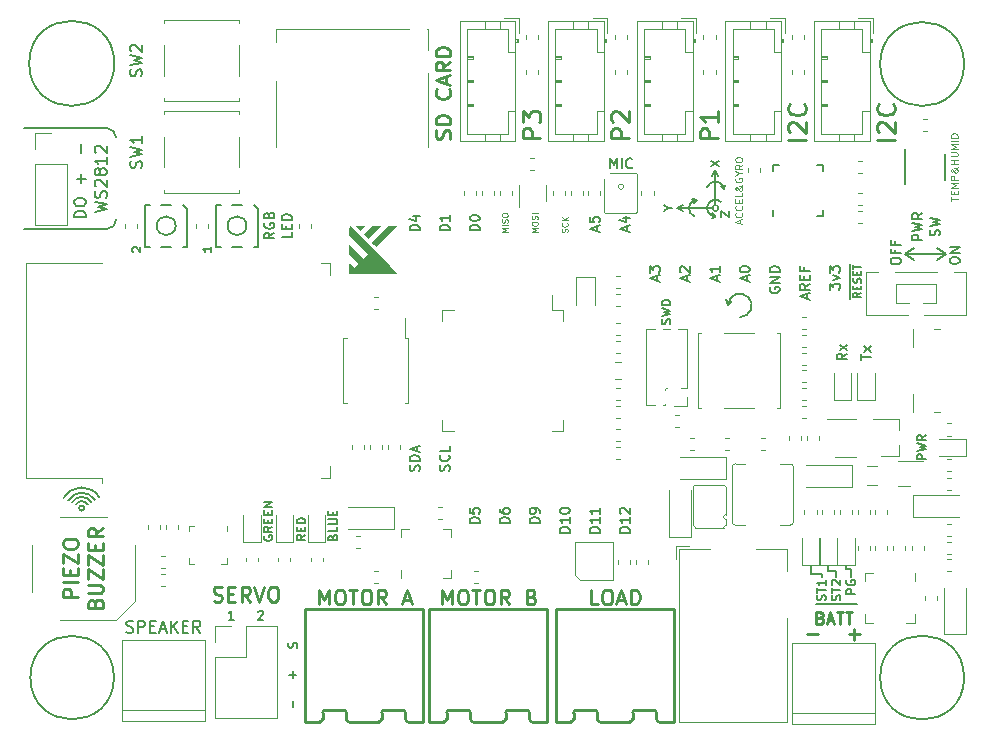
<source format=gbr>
G04 #@! TF.GenerationSoftware,KiCad,Pcbnew,5.1.5-1.fc31*
G04 #@! TF.CreationDate,2020-06-03T18:37:50+07:00*
G04 #@! TF.ProjectId,MP_SamBaseBoard_V1,4d505f53-616d-4426-9173-65426f617264,rev?*
G04 #@! TF.SameCoordinates,Original*
G04 #@! TF.FileFunction,Legend,Top*
G04 #@! TF.FilePolarity,Positive*
%FSLAX45Y45*%
G04 Gerber Fmt 4.5, Leading zero omitted, Abs format (unit mm)*
G04 Created by KiCad (PCBNEW 5.1.5-1.fc31) date 2020-06-03 18:37:50*
%MOMM*%
%LPD*%
G04 APERTURE LIST*
%ADD10C,0.250000*%
%ADD11C,0.150000*%
%ADD12C,0.175000*%
%ADD13C,0.200000*%
%ADD14C,0.125000*%
%ADD15C,0.160000*%
%ADD16C,0.162500*%
%ADD17C,0.185000*%
%ADD18C,0.120000*%
%ADD19C,0.100000*%
%ADD20C,0.010000*%
G04 APERTURE END LIST*
D10*
X20575595Y-17311905D02*
X20581548Y-17294048D01*
X20581548Y-17264286D01*
X20575595Y-17252381D01*
X20569643Y-17246429D01*
X20557738Y-17240476D01*
X20545833Y-17240476D01*
X20533929Y-17246429D01*
X20527976Y-17252381D01*
X20522024Y-17264286D01*
X20516071Y-17288095D01*
X20510119Y-17300000D01*
X20504167Y-17305952D01*
X20492262Y-17311905D01*
X20480357Y-17311905D01*
X20468452Y-17305952D01*
X20462500Y-17300000D01*
X20456548Y-17288095D01*
X20456548Y-17258333D01*
X20462500Y-17240476D01*
X20581548Y-17186905D02*
X20456548Y-17186905D01*
X20456548Y-17157143D01*
X20462500Y-17139286D01*
X20474405Y-17127381D01*
X20486310Y-17121429D01*
X20510119Y-17115476D01*
X20527976Y-17115476D01*
X20551786Y-17121429D01*
X20563690Y-17127381D01*
X20575595Y-17139286D01*
X20581548Y-17157143D01*
X20581548Y-17186905D01*
X20569643Y-16895238D02*
X20575595Y-16901190D01*
X20581548Y-16919048D01*
X20581548Y-16930952D01*
X20575595Y-16948810D01*
X20563690Y-16960714D01*
X20551786Y-16966667D01*
X20527976Y-16972619D01*
X20510119Y-16972619D01*
X20486310Y-16966667D01*
X20474405Y-16960714D01*
X20462500Y-16948810D01*
X20456548Y-16930952D01*
X20456548Y-16919048D01*
X20462500Y-16901190D01*
X20468452Y-16895238D01*
X20545833Y-16847619D02*
X20545833Y-16788095D01*
X20581548Y-16859524D02*
X20456548Y-16817857D01*
X20581548Y-16776190D01*
X20581548Y-16663095D02*
X20522024Y-16704762D01*
X20581548Y-16734524D02*
X20456548Y-16734524D01*
X20456548Y-16686905D01*
X20462500Y-16675000D01*
X20468452Y-16669048D01*
X20480357Y-16663095D01*
X20498214Y-16663095D01*
X20510119Y-16669048D01*
X20516071Y-16675000D01*
X20522024Y-16686905D01*
X20522024Y-16734524D01*
X20581548Y-16609524D02*
X20456548Y-16609524D01*
X20456548Y-16579762D01*
X20462500Y-16561905D01*
X20474405Y-16550000D01*
X20486310Y-16544048D01*
X20510119Y-16538095D01*
X20527976Y-16538095D01*
X20551786Y-16544048D01*
X20563690Y-16550000D01*
X20575595Y-16561905D01*
X20581548Y-16579762D01*
X20581548Y-16609524D01*
D11*
X17307537Y-20354239D02*
G75*
G02X17610000Y-20350000I152463J-85761D01*
G01*
X17346024Y-20376680D02*
G75*
G02X17570000Y-20370000I113976J-63320D01*
G01*
X17378090Y-20393194D02*
G75*
G02X17540000Y-20390000I81910J-46806D01*
G01*
X17410000Y-20410000D02*
G75*
G02X17510000Y-20410000I50000J-30000D01*
G01*
X17482361Y-20440000D02*
G75*
G03X17482361Y-20440000I-22361J0D01*
G01*
D12*
X17893333Y-18270000D02*
X17890000Y-18266667D01*
X17886667Y-18260000D01*
X17886667Y-18243333D01*
X17890000Y-18236667D01*
X17893333Y-18233333D01*
X17900000Y-18230000D01*
X17906667Y-18230000D01*
X17916667Y-18233333D01*
X17956667Y-18273333D01*
X17956667Y-18230000D01*
X18556667Y-18230000D02*
X18556667Y-18270000D01*
X18556667Y-18250000D02*
X18486667Y-18250000D01*
X18496667Y-18256667D01*
X18503333Y-18263333D01*
X18506667Y-18270000D01*
D13*
X19089702Y-18108690D02*
X19049226Y-18137024D01*
X19089702Y-18157262D02*
X19004702Y-18157262D01*
X19004702Y-18124881D01*
X19008750Y-18116786D01*
X19012798Y-18112738D01*
X19020893Y-18108690D01*
X19033036Y-18108690D01*
X19041131Y-18112738D01*
X19045179Y-18116786D01*
X19049226Y-18124881D01*
X19049226Y-18157262D01*
X19008750Y-18027738D02*
X19004702Y-18035833D01*
X19004702Y-18047976D01*
X19008750Y-18060119D01*
X19016845Y-18068214D01*
X19024940Y-18072262D01*
X19041131Y-18076310D01*
X19053274Y-18076310D01*
X19069464Y-18072262D01*
X19077560Y-18068214D01*
X19085655Y-18060119D01*
X19089702Y-18047976D01*
X19089702Y-18039881D01*
X19085655Y-18027738D01*
X19081607Y-18023690D01*
X19053274Y-18023690D01*
X19053274Y-18039881D01*
X19045179Y-17958929D02*
X19049226Y-17946786D01*
X19053274Y-17942738D01*
X19061369Y-17938690D01*
X19073512Y-17938690D01*
X19081607Y-17942738D01*
X19085655Y-17946786D01*
X19089702Y-17954881D01*
X19089702Y-17987262D01*
X19004702Y-17987262D01*
X19004702Y-17958929D01*
X19008750Y-17950833D01*
X19012798Y-17946786D01*
X19020893Y-17942738D01*
X19028988Y-17942738D01*
X19037083Y-17946786D01*
X19041131Y-17950833D01*
X19045179Y-17958929D01*
X19045179Y-17987262D01*
X19237202Y-18104643D02*
X19237202Y-18145119D01*
X19152202Y-18145119D01*
X19192679Y-18076310D02*
X19192679Y-18047976D01*
X19237202Y-18035833D02*
X19237202Y-18076310D01*
X19152202Y-18076310D01*
X19152202Y-18035833D01*
X19237202Y-17999405D02*
X19152202Y-17999405D01*
X19152202Y-17979167D01*
X19156250Y-17967024D01*
X19164345Y-17958929D01*
X19172440Y-17954881D01*
X19188631Y-17950833D01*
X19200774Y-17950833D01*
X19216964Y-17954881D01*
X19225060Y-17958929D01*
X19233155Y-17967024D01*
X19237202Y-17979167D01*
X19237202Y-17999405D01*
X20316305Y-20125710D02*
X20320352Y-20113567D01*
X20320352Y-20093329D01*
X20316305Y-20085233D01*
X20312257Y-20081186D01*
X20304162Y-20077138D01*
X20296067Y-20077138D01*
X20287971Y-20081186D01*
X20283924Y-20085233D01*
X20279876Y-20093329D01*
X20275829Y-20109519D01*
X20271781Y-20117614D01*
X20267733Y-20121662D01*
X20259638Y-20125710D01*
X20251543Y-20125710D01*
X20243448Y-20121662D01*
X20239400Y-20117614D01*
X20235352Y-20109519D01*
X20235352Y-20089281D01*
X20239400Y-20077138D01*
X20320352Y-20040710D02*
X20235352Y-20040710D01*
X20235352Y-20020471D01*
X20239400Y-20008329D01*
X20247495Y-20000233D01*
X20255590Y-19996186D01*
X20271781Y-19992138D01*
X20283924Y-19992138D01*
X20300114Y-19996186D01*
X20308210Y-20000233D01*
X20316305Y-20008329D01*
X20320352Y-20020471D01*
X20320352Y-20040710D01*
X20296067Y-19959757D02*
X20296067Y-19919281D01*
X20320352Y-19967852D02*
X20235352Y-19939519D01*
X20320352Y-19911186D01*
X20570305Y-20125710D02*
X20574352Y-20113567D01*
X20574352Y-20093329D01*
X20570305Y-20085233D01*
X20566257Y-20081186D01*
X20558162Y-20077138D01*
X20550067Y-20077138D01*
X20541971Y-20081186D01*
X20537924Y-20085233D01*
X20533876Y-20093329D01*
X20529829Y-20109519D01*
X20525781Y-20117614D01*
X20521733Y-20121662D01*
X20513638Y-20125710D01*
X20505543Y-20125710D01*
X20497448Y-20121662D01*
X20493400Y-20117614D01*
X20489352Y-20109519D01*
X20489352Y-20089281D01*
X20493400Y-20077138D01*
X20566257Y-19992138D02*
X20570305Y-19996186D01*
X20574352Y-20008329D01*
X20574352Y-20016424D01*
X20570305Y-20028567D01*
X20562210Y-20036662D01*
X20554114Y-20040710D01*
X20537924Y-20044757D01*
X20525781Y-20044757D01*
X20509590Y-20040710D01*
X20501495Y-20036662D01*
X20493400Y-20028567D01*
X20489352Y-20016424D01*
X20489352Y-20008329D01*
X20493400Y-19996186D01*
X20497448Y-19992138D01*
X20574352Y-19915233D02*
X20574352Y-19955710D01*
X20489352Y-19955710D01*
X20828352Y-20567614D02*
X20743352Y-20567614D01*
X20743352Y-20547376D01*
X20747400Y-20535233D01*
X20755495Y-20527138D01*
X20763590Y-20523090D01*
X20779781Y-20519043D01*
X20791924Y-20519043D01*
X20808114Y-20523090D01*
X20816210Y-20527138D01*
X20824305Y-20535233D01*
X20828352Y-20547376D01*
X20828352Y-20567614D01*
X20743352Y-20442138D02*
X20743352Y-20482614D01*
X20783829Y-20486662D01*
X20779781Y-20482614D01*
X20775733Y-20474519D01*
X20775733Y-20454281D01*
X20779781Y-20446186D01*
X20783829Y-20442138D01*
X20791924Y-20438090D01*
X20812162Y-20438090D01*
X20820257Y-20442138D01*
X20824305Y-20446186D01*
X20828352Y-20454281D01*
X20828352Y-20474519D01*
X20824305Y-20482614D01*
X20820257Y-20486662D01*
X21082352Y-20567614D02*
X20997352Y-20567614D01*
X20997352Y-20547376D01*
X21001400Y-20535233D01*
X21009495Y-20527138D01*
X21017590Y-20523090D01*
X21033781Y-20519043D01*
X21045924Y-20519043D01*
X21062114Y-20523090D01*
X21070210Y-20527138D01*
X21078305Y-20535233D01*
X21082352Y-20547376D01*
X21082352Y-20567614D01*
X20997352Y-20446186D02*
X20997352Y-20462376D01*
X21001400Y-20470471D01*
X21005448Y-20474519D01*
X21017590Y-20482614D01*
X21033781Y-20486662D01*
X21066162Y-20486662D01*
X21074257Y-20482614D01*
X21078305Y-20478567D01*
X21082352Y-20470471D01*
X21082352Y-20454281D01*
X21078305Y-20446186D01*
X21074257Y-20442138D01*
X21066162Y-20438090D01*
X21045924Y-20438090D01*
X21037829Y-20442138D01*
X21033781Y-20446186D01*
X21029733Y-20454281D01*
X21029733Y-20470471D01*
X21033781Y-20478567D01*
X21037829Y-20482614D01*
X21045924Y-20486662D01*
X21336352Y-20567614D02*
X21251352Y-20567614D01*
X21251352Y-20547376D01*
X21255400Y-20535233D01*
X21263495Y-20527138D01*
X21271590Y-20523090D01*
X21287781Y-20519043D01*
X21299924Y-20519043D01*
X21316114Y-20523090D01*
X21324210Y-20527138D01*
X21332305Y-20535233D01*
X21336352Y-20547376D01*
X21336352Y-20567614D01*
X21336352Y-20478567D02*
X21336352Y-20462376D01*
X21332305Y-20454281D01*
X21328257Y-20450233D01*
X21316114Y-20442138D01*
X21299924Y-20438090D01*
X21267543Y-20438090D01*
X21259448Y-20442138D01*
X21255400Y-20446186D01*
X21251352Y-20454281D01*
X21251352Y-20470471D01*
X21255400Y-20478567D01*
X21259448Y-20482614D01*
X21267543Y-20486662D01*
X21287781Y-20486662D01*
X21295876Y-20482614D01*
X21299924Y-20478567D01*
X21303971Y-20470471D01*
X21303971Y-20454281D01*
X21299924Y-20446186D01*
X21295876Y-20442138D01*
X21287781Y-20438090D01*
X21590352Y-20648567D02*
X21505352Y-20648567D01*
X21505352Y-20628329D01*
X21509400Y-20616186D01*
X21517495Y-20608090D01*
X21525590Y-20604043D01*
X21541781Y-20599995D01*
X21553924Y-20599995D01*
X21570114Y-20604043D01*
X21578210Y-20608090D01*
X21586305Y-20616186D01*
X21590352Y-20628329D01*
X21590352Y-20648567D01*
X21590352Y-20519043D02*
X21590352Y-20567614D01*
X21590352Y-20543329D02*
X21505352Y-20543329D01*
X21517495Y-20551424D01*
X21525590Y-20559519D01*
X21529638Y-20567614D01*
X21505352Y-20466424D02*
X21505352Y-20458329D01*
X21509400Y-20450233D01*
X21513448Y-20446186D01*
X21521543Y-20442138D01*
X21537733Y-20438090D01*
X21557971Y-20438090D01*
X21574162Y-20442138D01*
X21582257Y-20446186D01*
X21586305Y-20450233D01*
X21590352Y-20458329D01*
X21590352Y-20466424D01*
X21586305Y-20474519D01*
X21582257Y-20478567D01*
X21574162Y-20482614D01*
X21557971Y-20486662D01*
X21537733Y-20486662D01*
X21521543Y-20482614D01*
X21513448Y-20478567D01*
X21509400Y-20474519D01*
X21505352Y-20466424D01*
X21844352Y-20648567D02*
X21759352Y-20648567D01*
X21759352Y-20628329D01*
X21763400Y-20616186D01*
X21771495Y-20608090D01*
X21779590Y-20604043D01*
X21795781Y-20599995D01*
X21807924Y-20599995D01*
X21824114Y-20604043D01*
X21832210Y-20608090D01*
X21840305Y-20616186D01*
X21844352Y-20628329D01*
X21844352Y-20648567D01*
X21844352Y-20519043D02*
X21844352Y-20567614D01*
X21844352Y-20543329D02*
X21759352Y-20543329D01*
X21771495Y-20551424D01*
X21779590Y-20559519D01*
X21783638Y-20567614D01*
X21844352Y-20438090D02*
X21844352Y-20486662D01*
X21844352Y-20462376D02*
X21759352Y-20462376D01*
X21771495Y-20470471D01*
X21779590Y-20478567D01*
X21783638Y-20486662D01*
D11*
X23962100Y-18667998D02*
X23962100Y-18602998D01*
X24057805Y-18615379D02*
X24026852Y-18637045D01*
X24057805Y-18652521D02*
X23992805Y-18652521D01*
X23992805Y-18627760D01*
X23995900Y-18621569D01*
X23998995Y-18618474D01*
X24005186Y-18615379D01*
X24014471Y-18615379D01*
X24020662Y-18618474D01*
X24023757Y-18621569D01*
X24026852Y-18627760D01*
X24026852Y-18652521D01*
X23962100Y-18602998D02*
X23962100Y-18544188D01*
X24023757Y-18587521D02*
X24023757Y-18565855D01*
X24057805Y-18556569D02*
X24057805Y-18587521D01*
X23992805Y-18587521D01*
X23992805Y-18556569D01*
X23962100Y-18544188D02*
X23962100Y-18482283D01*
X24054709Y-18531807D02*
X24057805Y-18522521D01*
X24057805Y-18507045D01*
X24054709Y-18500855D01*
X24051614Y-18497760D01*
X24045424Y-18494664D01*
X24039233Y-18494664D01*
X24033043Y-18497760D01*
X24029948Y-18500855D01*
X24026852Y-18507045D01*
X24023757Y-18519426D01*
X24020662Y-18525617D01*
X24017567Y-18528712D01*
X24011376Y-18531807D01*
X24005186Y-18531807D01*
X23998995Y-18528712D01*
X23995900Y-18525617D01*
X23992805Y-18519426D01*
X23992805Y-18503950D01*
X23995900Y-18494664D01*
X23962100Y-18482283D02*
X23962100Y-18423474D01*
X24023757Y-18466807D02*
X24023757Y-18445140D01*
X24057805Y-18435855D02*
X24057805Y-18466807D01*
X23992805Y-18466807D01*
X23992805Y-18435855D01*
X23962100Y-18423474D02*
X23962100Y-18373950D01*
X23992805Y-18417283D02*
X23992805Y-18380140D01*
X24057805Y-18398712D02*
X23992805Y-18398712D01*
D13*
X23791352Y-18591724D02*
X23791352Y-18539105D01*
X23823733Y-18567438D01*
X23823733Y-18555295D01*
X23827781Y-18547200D01*
X23831828Y-18543152D01*
X23839924Y-18539105D01*
X23860162Y-18539105D01*
X23868257Y-18543152D01*
X23872305Y-18547200D01*
X23876352Y-18555295D01*
X23876352Y-18579581D01*
X23872305Y-18587676D01*
X23868257Y-18591724D01*
X23819686Y-18510771D02*
X23876352Y-18490533D01*
X23819686Y-18470295D01*
X23791352Y-18446010D02*
X23791352Y-18393390D01*
X23823733Y-18421724D01*
X23823733Y-18409581D01*
X23827781Y-18401486D01*
X23831828Y-18397438D01*
X23839924Y-18393390D01*
X23860162Y-18393390D01*
X23868257Y-18397438D01*
X23872305Y-18401486D01*
X23876352Y-18409581D01*
X23876352Y-18433867D01*
X23872305Y-18441962D01*
X23868257Y-18446010D01*
X23598067Y-18668629D02*
X23598067Y-18628152D01*
X23622352Y-18676724D02*
X23537352Y-18648390D01*
X23622352Y-18620057D01*
X23622352Y-18543152D02*
X23581876Y-18571486D01*
X23622352Y-18591724D02*
X23537352Y-18591724D01*
X23537352Y-18559343D01*
X23541400Y-18551248D01*
X23545448Y-18547200D01*
X23553543Y-18543152D01*
X23565686Y-18543152D01*
X23573781Y-18547200D01*
X23577828Y-18551248D01*
X23581876Y-18559343D01*
X23581876Y-18591724D01*
X23577828Y-18506724D02*
X23577828Y-18478390D01*
X23622352Y-18466248D02*
X23622352Y-18506724D01*
X23537352Y-18506724D01*
X23537352Y-18466248D01*
X23577828Y-18401486D02*
X23577828Y-18429819D01*
X23622352Y-18429819D02*
X23537352Y-18429819D01*
X23537352Y-18389343D01*
X23287400Y-18571486D02*
X23283352Y-18579581D01*
X23283352Y-18591724D01*
X23287400Y-18603867D01*
X23295495Y-18611962D01*
X23303590Y-18616010D01*
X23319781Y-18620057D01*
X23331924Y-18620057D01*
X23348114Y-18616010D01*
X23356209Y-18611962D01*
X23364305Y-18603867D01*
X23368352Y-18591724D01*
X23368352Y-18583629D01*
X23364305Y-18571486D01*
X23360257Y-18567438D01*
X23331924Y-18567438D01*
X23331924Y-18583629D01*
X23368352Y-18531010D02*
X23283352Y-18531010D01*
X23368352Y-18482438D01*
X23283352Y-18482438D01*
X23368352Y-18441962D02*
X23283352Y-18441962D01*
X23283352Y-18421724D01*
X23287400Y-18409581D01*
X23295495Y-18401486D01*
X23303590Y-18397438D01*
X23319781Y-18393390D01*
X23331924Y-18393390D01*
X23348114Y-18397438D01*
X23356209Y-18401486D01*
X23364305Y-18409581D01*
X23368352Y-18421724D01*
X23368352Y-18441962D01*
X23090067Y-18514819D02*
X23090067Y-18474343D01*
X23114352Y-18522914D02*
X23029352Y-18494581D01*
X23114352Y-18466248D01*
X23029352Y-18421724D02*
X23029352Y-18413629D01*
X23033400Y-18405533D01*
X23037448Y-18401486D01*
X23045543Y-18397438D01*
X23061733Y-18393390D01*
X23081971Y-18393390D01*
X23098162Y-18397438D01*
X23106257Y-18401486D01*
X23110305Y-18405533D01*
X23114352Y-18413629D01*
X23114352Y-18421724D01*
X23110305Y-18429819D01*
X23106257Y-18433867D01*
X23098162Y-18437914D01*
X23081971Y-18441962D01*
X23061733Y-18441962D01*
X23045543Y-18437914D01*
X23037448Y-18433867D01*
X23033400Y-18429819D01*
X23029352Y-18421724D01*
X22836067Y-18514819D02*
X22836067Y-18474343D01*
X22860352Y-18522914D02*
X22775352Y-18494581D01*
X22860352Y-18466248D01*
X22860352Y-18393390D02*
X22860352Y-18441962D01*
X22860352Y-18417676D02*
X22775352Y-18417676D01*
X22787495Y-18425771D01*
X22795590Y-18433867D01*
X22799638Y-18441962D01*
X22582067Y-18514819D02*
X22582067Y-18474343D01*
X22606352Y-18522914D02*
X22521352Y-18494581D01*
X22606352Y-18466248D01*
X22529448Y-18441962D02*
X22525400Y-18437914D01*
X22521352Y-18429819D01*
X22521352Y-18409581D01*
X22525400Y-18401486D01*
X22529448Y-18397438D01*
X22537543Y-18393390D01*
X22545638Y-18393390D01*
X22557781Y-18397438D01*
X22606352Y-18446010D01*
X22606352Y-18393390D01*
X22328067Y-18514819D02*
X22328067Y-18474343D01*
X22352352Y-18522914D02*
X22267352Y-18494581D01*
X22352352Y-18466248D01*
X22267352Y-18446010D02*
X22267352Y-18393390D01*
X22299733Y-18421724D01*
X22299733Y-18409581D01*
X22303781Y-18401486D01*
X22307829Y-18397438D01*
X22315924Y-18393390D01*
X22336162Y-18393390D01*
X22344257Y-18397438D01*
X22348305Y-18401486D01*
X22352352Y-18409581D01*
X22352352Y-18433867D01*
X22348305Y-18441962D01*
X22344257Y-18446010D01*
X22074067Y-18093710D02*
X22074067Y-18053233D01*
X22098352Y-18101805D02*
X22013352Y-18073471D01*
X22098352Y-18045138D01*
X22041686Y-17980376D02*
X22098352Y-17980376D01*
X22009305Y-18000614D02*
X22070019Y-18020852D01*
X22070019Y-17968233D01*
X21820067Y-18093710D02*
X21820067Y-18053233D01*
X21844352Y-18101805D02*
X21759352Y-18073471D01*
X21844352Y-18045138D01*
X21759352Y-17976329D02*
X21759352Y-18016805D01*
X21799829Y-18020852D01*
X21795781Y-18016805D01*
X21791733Y-18008710D01*
X21791733Y-17988471D01*
X21795781Y-17980376D01*
X21799829Y-17976329D01*
X21807924Y-17972281D01*
X21828162Y-17972281D01*
X21836257Y-17976329D01*
X21840305Y-17980376D01*
X21844352Y-17988471D01*
X21844352Y-18008710D01*
X21840305Y-18016805D01*
X21836257Y-18020852D01*
D14*
X21572138Y-18105251D02*
X21574519Y-18098108D01*
X21574519Y-18086204D01*
X21572138Y-18081442D01*
X21569757Y-18079061D01*
X21564995Y-18076680D01*
X21560233Y-18076680D01*
X21555471Y-18079061D01*
X21553090Y-18081442D01*
X21550710Y-18086204D01*
X21548329Y-18095727D01*
X21545948Y-18100489D01*
X21543567Y-18102870D01*
X21538805Y-18105251D01*
X21534043Y-18105251D01*
X21529281Y-18102870D01*
X21526900Y-18100489D01*
X21524519Y-18095727D01*
X21524519Y-18083823D01*
X21526900Y-18076680D01*
X21569757Y-18026680D02*
X21572138Y-18029061D01*
X21574519Y-18036204D01*
X21574519Y-18040965D01*
X21572138Y-18048108D01*
X21567376Y-18052870D01*
X21562614Y-18055251D01*
X21553090Y-18057632D01*
X21545948Y-18057632D01*
X21536424Y-18055251D01*
X21531662Y-18052870D01*
X21526900Y-18048108D01*
X21524519Y-18040965D01*
X21524519Y-18036204D01*
X21526900Y-18029061D01*
X21529281Y-18026680D01*
X21574519Y-18005251D02*
X21524519Y-18005251D01*
X21574519Y-17976680D02*
X21545948Y-17998108D01*
X21524519Y-17976680D02*
X21553090Y-18005251D01*
X21320519Y-18102870D02*
X21270519Y-18102870D01*
X21306233Y-18086204D01*
X21270519Y-18069537D01*
X21320519Y-18069537D01*
X21270519Y-18036204D02*
X21270519Y-18026680D01*
X21272900Y-18021918D01*
X21277662Y-18017156D01*
X21287186Y-18014775D01*
X21303852Y-18014775D01*
X21313376Y-18017156D01*
X21318138Y-18021918D01*
X21320519Y-18026680D01*
X21320519Y-18036204D01*
X21318138Y-18040965D01*
X21313376Y-18045727D01*
X21303852Y-18048108D01*
X21287186Y-18048108D01*
X21277662Y-18045727D01*
X21272900Y-18040965D01*
X21270519Y-18036204D01*
X21318138Y-17995727D02*
X21320519Y-17988585D01*
X21320519Y-17976680D01*
X21318138Y-17971918D01*
X21315757Y-17969537D01*
X21310995Y-17967156D01*
X21306233Y-17967156D01*
X21301471Y-17969537D01*
X21299090Y-17971918D01*
X21296710Y-17976680D01*
X21294329Y-17986204D01*
X21291948Y-17990965D01*
X21289567Y-17993346D01*
X21284805Y-17995727D01*
X21280043Y-17995727D01*
X21275281Y-17993346D01*
X21272900Y-17990965D01*
X21270519Y-17986204D01*
X21270519Y-17974299D01*
X21272900Y-17967156D01*
X21320519Y-17945727D02*
X21270519Y-17945727D01*
X21066519Y-18102870D02*
X21016519Y-18102870D01*
X21052233Y-18086204D01*
X21016519Y-18069537D01*
X21066519Y-18069537D01*
X21066519Y-18045727D02*
X21016519Y-18045727D01*
X21064138Y-18024299D02*
X21066519Y-18017156D01*
X21066519Y-18005251D01*
X21064138Y-18000489D01*
X21061757Y-17998108D01*
X21056995Y-17995727D01*
X21052233Y-17995727D01*
X21047471Y-17998108D01*
X21045090Y-18000489D01*
X21042710Y-18005251D01*
X21040329Y-18014775D01*
X21037948Y-18019537D01*
X21035567Y-18021918D01*
X21030805Y-18024299D01*
X21026043Y-18024299D01*
X21021281Y-18021918D01*
X21018900Y-18019537D01*
X21016519Y-18014775D01*
X21016519Y-18002870D01*
X21018900Y-17995727D01*
X21016519Y-17964775D02*
X21016519Y-17955251D01*
X21018900Y-17950489D01*
X21023662Y-17945727D01*
X21033186Y-17943346D01*
X21049852Y-17943346D01*
X21059376Y-17945727D01*
X21064138Y-17950489D01*
X21066519Y-17955251D01*
X21066519Y-17964775D01*
X21064138Y-17969537D01*
X21059376Y-17974299D01*
X21049852Y-17976680D01*
X21033186Y-17976680D01*
X21023662Y-17974299D01*
X21018900Y-17969537D01*
X21016519Y-17964775D01*
D13*
X20828352Y-18089662D02*
X20743352Y-18089662D01*
X20743352Y-18069424D01*
X20747400Y-18057281D01*
X20755495Y-18049186D01*
X20763590Y-18045138D01*
X20779781Y-18041090D01*
X20791924Y-18041090D01*
X20808114Y-18045138D01*
X20816210Y-18049186D01*
X20824305Y-18057281D01*
X20828352Y-18069424D01*
X20828352Y-18089662D01*
X20743352Y-17988471D02*
X20743352Y-17980376D01*
X20747400Y-17972281D01*
X20751448Y-17968233D01*
X20759543Y-17964186D01*
X20775733Y-17960138D01*
X20795971Y-17960138D01*
X20812162Y-17964186D01*
X20820257Y-17968233D01*
X20824305Y-17972281D01*
X20828352Y-17980376D01*
X20828352Y-17988471D01*
X20824305Y-17996567D01*
X20820257Y-18000614D01*
X20812162Y-18004662D01*
X20795971Y-18008710D01*
X20775733Y-18008710D01*
X20759543Y-18004662D01*
X20751448Y-18000614D01*
X20747400Y-17996567D01*
X20743352Y-17988471D01*
X20574352Y-18089662D02*
X20489352Y-18089662D01*
X20489352Y-18069424D01*
X20493400Y-18057281D01*
X20501495Y-18049186D01*
X20509590Y-18045138D01*
X20525781Y-18041090D01*
X20537924Y-18041090D01*
X20554114Y-18045138D01*
X20562210Y-18049186D01*
X20570305Y-18057281D01*
X20574352Y-18069424D01*
X20574352Y-18089662D01*
X20574352Y-17960138D02*
X20574352Y-18008710D01*
X20574352Y-17984424D02*
X20489352Y-17984424D01*
X20501495Y-17992519D01*
X20509590Y-18000614D01*
X20513638Y-18008710D01*
X20320352Y-18089662D02*
X20235352Y-18089662D01*
X20235352Y-18069424D01*
X20239400Y-18057281D01*
X20247495Y-18049186D01*
X20255590Y-18045138D01*
X20271781Y-18041090D01*
X20283924Y-18041090D01*
X20300114Y-18045138D01*
X20308210Y-18049186D01*
X20316305Y-18057281D01*
X20320352Y-18069424D01*
X20320352Y-18089662D01*
X20263686Y-17968233D02*
X20320352Y-17968233D01*
X20231305Y-17988471D02*
X20292019Y-18008710D01*
X20292019Y-17956090D01*
X22098352Y-20648567D02*
X22013352Y-20648567D01*
X22013352Y-20628329D01*
X22017400Y-20616186D01*
X22025495Y-20608090D01*
X22033590Y-20604043D01*
X22049781Y-20599995D01*
X22061924Y-20599995D01*
X22078114Y-20604043D01*
X22086210Y-20608090D01*
X22094305Y-20616186D01*
X22098352Y-20628329D01*
X22098352Y-20648567D01*
X22098352Y-20519043D02*
X22098352Y-20567614D01*
X22098352Y-20543329D02*
X22013352Y-20543329D01*
X22025495Y-20551424D01*
X22033590Y-20559519D01*
X22037638Y-20567614D01*
X22021448Y-20486662D02*
X22017400Y-20482614D01*
X22013352Y-20474519D01*
X22013352Y-20454281D01*
X22017400Y-20446186D01*
X22021448Y-20442138D01*
X22029543Y-20438090D01*
X22037638Y-20438090D01*
X22049781Y-20442138D01*
X22098352Y-20490710D01*
X22098352Y-20438090D01*
X22932000Y-18723900D02*
X22967000Y-18688900D01*
X22932000Y-18723900D02*
X22917000Y-18673900D01*
X22932000Y-18723900D02*
G75*
G02X23032000Y-18823900I100000J0D01*
G01*
D15*
X22440357Y-18881786D02*
X22443928Y-18871071D01*
X22443928Y-18853214D01*
X22440357Y-18846071D01*
X22436786Y-18842500D01*
X22429643Y-18838929D01*
X22422500Y-18838929D01*
X22415357Y-18842500D01*
X22411786Y-18846071D01*
X22408214Y-18853214D01*
X22404643Y-18867500D01*
X22401071Y-18874643D01*
X22397500Y-18878214D01*
X22390357Y-18881786D01*
X22383214Y-18881786D01*
X22376071Y-18878214D01*
X22372500Y-18874643D01*
X22368929Y-18867500D01*
X22368929Y-18849643D01*
X22372500Y-18838929D01*
X22368929Y-18813929D02*
X22443928Y-18796071D01*
X22390357Y-18781786D01*
X22443928Y-18767500D01*
X22368929Y-18749643D01*
X22443928Y-18721071D02*
X22368929Y-18721071D01*
X22368929Y-18703214D01*
X22372500Y-18692500D01*
X22379643Y-18685357D01*
X22386786Y-18681786D01*
X22401071Y-18678214D01*
X22411786Y-18678214D01*
X22426071Y-18681786D01*
X22433214Y-18685357D01*
X22440357Y-18692500D01*
X22443928Y-18703214D01*
X22443928Y-18721071D01*
D14*
X23035000Y-18030000D02*
X23035000Y-18001429D01*
X23052143Y-18035714D02*
X22992143Y-18015714D01*
X23052143Y-17995714D01*
X23046428Y-17941429D02*
X23049286Y-17944286D01*
X23052143Y-17952857D01*
X23052143Y-17958571D01*
X23049286Y-17967143D01*
X23043571Y-17972857D01*
X23037857Y-17975714D01*
X23026428Y-17978571D01*
X23017857Y-17978571D01*
X23006428Y-17975714D01*
X23000714Y-17972857D01*
X22995000Y-17967143D01*
X22992143Y-17958571D01*
X22992143Y-17952857D01*
X22995000Y-17944286D01*
X22997857Y-17941429D01*
X23046428Y-17881429D02*
X23049286Y-17884286D01*
X23052143Y-17892857D01*
X23052143Y-17898571D01*
X23049286Y-17907143D01*
X23043571Y-17912857D01*
X23037857Y-17915714D01*
X23026428Y-17918571D01*
X23017857Y-17918571D01*
X23006428Y-17915714D01*
X23000714Y-17912857D01*
X22995000Y-17907143D01*
X22992143Y-17898571D01*
X22992143Y-17892857D01*
X22995000Y-17884286D01*
X22997857Y-17881429D01*
X23020714Y-17855714D02*
X23020714Y-17835714D01*
X23052143Y-17827143D02*
X23052143Y-17855714D01*
X22992143Y-17855714D01*
X22992143Y-17827143D01*
X23052143Y-17772857D02*
X23052143Y-17801429D01*
X22992143Y-17801429D01*
X23052143Y-17704286D02*
X23052143Y-17707143D01*
X23049286Y-17712857D01*
X23040714Y-17721429D01*
X23023571Y-17735714D01*
X23015000Y-17741429D01*
X23006428Y-17744286D01*
X23000714Y-17744286D01*
X22995000Y-17741429D01*
X22992143Y-17735714D01*
X22992143Y-17732857D01*
X22995000Y-17727143D01*
X23000714Y-17724286D01*
X23003571Y-17724286D01*
X23009286Y-17727143D01*
X23012143Y-17730000D01*
X23023571Y-17747143D01*
X23026428Y-17750000D01*
X23032143Y-17752857D01*
X23040714Y-17752857D01*
X23046428Y-17750000D01*
X23049286Y-17747143D01*
X23052143Y-17741429D01*
X23052143Y-17732857D01*
X23049286Y-17727143D01*
X23046428Y-17724286D01*
X23035000Y-17715714D01*
X23026428Y-17712857D01*
X23020714Y-17712857D01*
X22995000Y-17647143D02*
X22992143Y-17652857D01*
X22992143Y-17661429D01*
X22995000Y-17670000D01*
X23000714Y-17675714D01*
X23006428Y-17678571D01*
X23017857Y-17681429D01*
X23026428Y-17681429D01*
X23037857Y-17678571D01*
X23043571Y-17675714D01*
X23049286Y-17670000D01*
X23052143Y-17661429D01*
X23052143Y-17655714D01*
X23049286Y-17647143D01*
X23046428Y-17644286D01*
X23026428Y-17644286D01*
X23026428Y-17655714D01*
X23023571Y-17607143D02*
X23052143Y-17607143D01*
X22992143Y-17627143D02*
X23023571Y-17607143D01*
X22992143Y-17587143D01*
X23052143Y-17532857D02*
X23023571Y-17552857D01*
X23052143Y-17567143D02*
X22992143Y-17567143D01*
X22992143Y-17544286D01*
X22995000Y-17538571D01*
X22997857Y-17535714D01*
X23003571Y-17532857D01*
X23012143Y-17532857D01*
X23017857Y-17535714D01*
X23020714Y-17538571D01*
X23023571Y-17544286D01*
X23023571Y-17567143D01*
X22992143Y-17495714D02*
X22992143Y-17484286D01*
X22995000Y-17478571D01*
X23000714Y-17472857D01*
X23012143Y-17470000D01*
X23032143Y-17470000D01*
X23043571Y-17472857D01*
X23049286Y-17478571D01*
X23052143Y-17484286D01*
X23052143Y-17495714D01*
X23049286Y-17501429D01*
X23043571Y-17507143D01*
X23032143Y-17510000D01*
X23012143Y-17510000D01*
X23000714Y-17507143D01*
X22995000Y-17501429D01*
X22992143Y-17495714D01*
D11*
X22665000Y-17830000D02*
X22640000Y-17855000D01*
X22648122Y-17970019D02*
G75*
G02X22644495Y-17831484I26878J70019D01*
G01*
D16*
X22871905Y-17971667D02*
X22871905Y-17928333D01*
X22936905Y-17971667D01*
X22936905Y-17928333D01*
X22789405Y-17546667D02*
X22854405Y-17503333D01*
X22789405Y-17503333D02*
X22854405Y-17546667D01*
D11*
X22825000Y-17972500D02*
X22795000Y-17982500D01*
X22825000Y-17970000D02*
X22800000Y-17945000D01*
X22825000Y-17970711D02*
G75*
G02X22875000Y-17850000I0J70711D01*
G01*
X22665000Y-17830000D02*
X22625000Y-17820000D01*
X22895000Y-17740000D02*
X22910000Y-17705000D01*
X22870000Y-17715000D02*
X22895000Y-17740000D01*
X22895000Y-17740000D02*
X22870000Y-17715000D01*
X22825000Y-17575000D02*
X22850000Y-17625000D01*
X22800000Y-17625000D02*
X22825000Y-17575000D01*
X22754981Y-17723122D02*
G75*
G02X22893516Y-17719495I70019J-26878D01*
G01*
D16*
X22423452Y-17900000D02*
X22454405Y-17900000D01*
X22389405Y-17921667D02*
X22423452Y-17900000D01*
X22389405Y-17878333D01*
D11*
X22500000Y-17900000D02*
X22550000Y-17875000D01*
X22800000Y-17900000D02*
X22500000Y-17900000D01*
X22550000Y-17925000D02*
X22500000Y-17900000D01*
X22825000Y-17875000D02*
X22825000Y-17575000D01*
X22850000Y-17900000D02*
G75*
G03X22850000Y-17900000I-25000J0D01*
G01*
X19584643Y-20688214D02*
X19588214Y-20677500D01*
X19591786Y-20673929D01*
X19598929Y-20670357D01*
X19609643Y-20670357D01*
X19616786Y-20673929D01*
X19620357Y-20677500D01*
X19623929Y-20684643D01*
X19623929Y-20713214D01*
X19548929Y-20713214D01*
X19548929Y-20688214D01*
X19552500Y-20681071D01*
X19556071Y-20677500D01*
X19563214Y-20673929D01*
X19570357Y-20673929D01*
X19577500Y-20677500D01*
X19581071Y-20681071D01*
X19584643Y-20688214D01*
X19584643Y-20713214D01*
X19623929Y-20602500D02*
X19623929Y-20638214D01*
X19548929Y-20638214D01*
X19548929Y-20577500D02*
X19609643Y-20577500D01*
X19616786Y-20573929D01*
X19620357Y-20570357D01*
X19623929Y-20563214D01*
X19623929Y-20548929D01*
X19620357Y-20541786D01*
X19616786Y-20538214D01*
X19609643Y-20534643D01*
X19548929Y-20534643D01*
X19584643Y-20498929D02*
X19584643Y-20473929D01*
X19623929Y-20463214D02*
X19623929Y-20498929D01*
X19548929Y-20498929D01*
X19548929Y-20463214D01*
X19353929Y-20668214D02*
X19318214Y-20693214D01*
X19353929Y-20711071D02*
X19278929Y-20711071D01*
X19278929Y-20682500D01*
X19282500Y-20675357D01*
X19286071Y-20671786D01*
X19293214Y-20668214D01*
X19303929Y-20668214D01*
X19311071Y-20671786D01*
X19314643Y-20675357D01*
X19318214Y-20682500D01*
X19318214Y-20711071D01*
X19314643Y-20636071D02*
X19314643Y-20611071D01*
X19353929Y-20600357D02*
X19353929Y-20636071D01*
X19278929Y-20636071D01*
X19278929Y-20600357D01*
X19353929Y-20568214D02*
X19278929Y-20568214D01*
X19278929Y-20550357D01*
X19282500Y-20539643D01*
X19289643Y-20532500D01*
X19296786Y-20528929D01*
X19311071Y-20525357D01*
X19321786Y-20525357D01*
X19336071Y-20528929D01*
X19343214Y-20532500D01*
X19350357Y-20539643D01*
X19353929Y-20550357D01*
X19353929Y-20568214D01*
X19002500Y-20675000D02*
X18998929Y-20682143D01*
X18998929Y-20692857D01*
X19002500Y-20703571D01*
X19009643Y-20710714D01*
X19016786Y-20714286D01*
X19031071Y-20717857D01*
X19041786Y-20717857D01*
X19056071Y-20714286D01*
X19063214Y-20710714D01*
X19070357Y-20703571D01*
X19073929Y-20692857D01*
X19073929Y-20685714D01*
X19070357Y-20675000D01*
X19066786Y-20671429D01*
X19041786Y-20671429D01*
X19041786Y-20685714D01*
X19073929Y-20596429D02*
X19038214Y-20621429D01*
X19073929Y-20639286D02*
X18998929Y-20639286D01*
X18998929Y-20610714D01*
X19002500Y-20603571D01*
X19006071Y-20600000D01*
X19013214Y-20596429D01*
X19023929Y-20596429D01*
X19031071Y-20600000D01*
X19034643Y-20603571D01*
X19038214Y-20610714D01*
X19038214Y-20639286D01*
X19034643Y-20564286D02*
X19034643Y-20539286D01*
X19073929Y-20528571D02*
X19073929Y-20564286D01*
X18998929Y-20564286D01*
X18998929Y-20528571D01*
X19034643Y-20496429D02*
X19034643Y-20471429D01*
X19073929Y-20460714D02*
X19073929Y-20496429D01*
X18998929Y-20496429D01*
X18998929Y-20460714D01*
X19073929Y-20428571D02*
X18998929Y-20428571D01*
X19073929Y-20385714D01*
X18998929Y-20385714D01*
X24430000Y-18290000D02*
X24505000Y-18340000D01*
X24430000Y-18290000D02*
X24505000Y-18240000D01*
D17*
X24308452Y-18355952D02*
X24308452Y-18339762D01*
X24312500Y-18331667D01*
X24320595Y-18323571D01*
X24336786Y-18319524D01*
X24365119Y-18319524D01*
X24381309Y-18323571D01*
X24389405Y-18331667D01*
X24393452Y-18339762D01*
X24393452Y-18355952D01*
X24389405Y-18364048D01*
X24381309Y-18372143D01*
X24365119Y-18376190D01*
X24336786Y-18376190D01*
X24320595Y-18372143D01*
X24312500Y-18364048D01*
X24308452Y-18355952D01*
X24348928Y-18254762D02*
X24348928Y-18283095D01*
X24393452Y-18283095D02*
X24308452Y-18283095D01*
X24308452Y-18242619D01*
X24348928Y-18181905D02*
X24348928Y-18210238D01*
X24393452Y-18210238D02*
X24308452Y-18210238D01*
X24308452Y-18169762D01*
D10*
X21342857Y-17310714D02*
X21192857Y-17310714D01*
X21192857Y-17253571D01*
X21200000Y-17239286D01*
X21207143Y-17232143D01*
X21221429Y-17225000D01*
X21242857Y-17225000D01*
X21257143Y-17232143D01*
X21264286Y-17239286D01*
X21271429Y-17253571D01*
X21271429Y-17310714D01*
X21192857Y-17175000D02*
X21192857Y-17082143D01*
X21250000Y-17132143D01*
X21250000Y-17110714D01*
X21257143Y-17096429D01*
X21264286Y-17089286D01*
X21278571Y-17082143D01*
X21314286Y-17082143D01*
X21328571Y-17089286D01*
X21335714Y-17096429D01*
X21342857Y-17110714D01*
X21342857Y-17153571D01*
X21335714Y-17167857D01*
X21328571Y-17175000D01*
X22092857Y-17310714D02*
X21942857Y-17310714D01*
X21942857Y-17253571D01*
X21950000Y-17239286D01*
X21957143Y-17232143D01*
X21971429Y-17225000D01*
X21992857Y-17225000D01*
X22007143Y-17232143D01*
X22014286Y-17239286D01*
X22021429Y-17253571D01*
X22021429Y-17310714D01*
X21957143Y-17167857D02*
X21950000Y-17160714D01*
X21942857Y-17146429D01*
X21942857Y-17110714D01*
X21950000Y-17096429D01*
X21957143Y-17089286D01*
X21971429Y-17082143D01*
X21985714Y-17082143D01*
X22007143Y-17089286D01*
X22092857Y-17175000D01*
X22092857Y-17082143D01*
X22842857Y-17310714D02*
X22692857Y-17310714D01*
X22692857Y-17253571D01*
X22700000Y-17239286D01*
X22707143Y-17232143D01*
X22721428Y-17225000D01*
X22742857Y-17225000D01*
X22757143Y-17232143D01*
X22764286Y-17239286D01*
X22771428Y-17253571D01*
X22771428Y-17310714D01*
X22842857Y-17082143D02*
X22842857Y-17167857D01*
X22842857Y-17125000D02*
X22692857Y-17125000D01*
X22714286Y-17139286D01*
X22728571Y-17153571D01*
X22735714Y-17167857D01*
X23592857Y-17321429D02*
X23442857Y-17321429D01*
X23457143Y-17257143D02*
X23450000Y-17250000D01*
X23442857Y-17235714D01*
X23442857Y-17200000D01*
X23450000Y-17185714D01*
X23457143Y-17178571D01*
X23471428Y-17171429D01*
X23485714Y-17171429D01*
X23507143Y-17178571D01*
X23592857Y-17264286D01*
X23592857Y-17171429D01*
X23578571Y-17021429D02*
X23585714Y-17028571D01*
X23592857Y-17050000D01*
X23592857Y-17064286D01*
X23585714Y-17085714D01*
X23571428Y-17100000D01*
X23557143Y-17107143D01*
X23528571Y-17114286D01*
X23507143Y-17114286D01*
X23478571Y-17107143D01*
X23464286Y-17100000D01*
X23450000Y-17085714D01*
X23442857Y-17064286D01*
X23442857Y-17050000D01*
X23450000Y-17028571D01*
X23457143Y-17021429D01*
X24342857Y-17321429D02*
X24192857Y-17321429D01*
X24207143Y-17257143D02*
X24200000Y-17250000D01*
X24192857Y-17235714D01*
X24192857Y-17200000D01*
X24200000Y-17185714D01*
X24207143Y-17178571D01*
X24221428Y-17171429D01*
X24235714Y-17171429D01*
X24257143Y-17178571D01*
X24342857Y-17264286D01*
X24342857Y-17171429D01*
X24328571Y-17021429D02*
X24335714Y-17028571D01*
X24342857Y-17050000D01*
X24342857Y-17064286D01*
X24335714Y-17085714D01*
X24321428Y-17100000D01*
X24307143Y-17107143D01*
X24278571Y-17114286D01*
X24257143Y-17114286D01*
X24228571Y-17107143D01*
X24214286Y-17100000D01*
X24200000Y-17085714D01*
X24192857Y-17064286D01*
X24192857Y-17050000D01*
X24200000Y-17028571D01*
X24207143Y-17021429D01*
D13*
X21933929Y-17563452D02*
X21933929Y-17478452D01*
X21962262Y-17539167D01*
X21990595Y-17478452D01*
X21990595Y-17563452D01*
X22031071Y-17563452D02*
X22031071Y-17478452D01*
X22120119Y-17555357D02*
X22116071Y-17559405D01*
X22103929Y-17563452D01*
X22095833Y-17563452D01*
X22083690Y-17559405D01*
X22075595Y-17551310D01*
X22071548Y-17543214D01*
X22067500Y-17527024D01*
X22067500Y-17514881D01*
X22071548Y-17498690D01*
X22075595Y-17490595D01*
X22083690Y-17482500D01*
X22095833Y-17478452D01*
X22103929Y-17478452D01*
X22116071Y-17482500D01*
X22120119Y-17486548D01*
X23938452Y-19133095D02*
X23897976Y-19161429D01*
X23938452Y-19181667D02*
X23853452Y-19181667D01*
X23853452Y-19149286D01*
X23857500Y-19141190D01*
X23861548Y-19137143D01*
X23869643Y-19133095D01*
X23881786Y-19133095D01*
X23889881Y-19137143D01*
X23893928Y-19141190D01*
X23897976Y-19149286D01*
X23897976Y-19181667D01*
X23938452Y-19104762D02*
X23881786Y-19060238D01*
X23881786Y-19104762D02*
X23938452Y-19060238D01*
X24053452Y-19183690D02*
X24053452Y-19135119D01*
X24138452Y-19159405D02*
X24053452Y-19159405D01*
X24138452Y-19114881D02*
X24081786Y-19070357D01*
X24081786Y-19114881D02*
X24138452Y-19070357D01*
X24577302Y-18172733D02*
X24492302Y-18172733D01*
X24492302Y-18140352D01*
X24496350Y-18132257D01*
X24500398Y-18128210D01*
X24508493Y-18124162D01*
X24520636Y-18124162D01*
X24528731Y-18128210D01*
X24532778Y-18132257D01*
X24536826Y-18140352D01*
X24536826Y-18172733D01*
X24492302Y-18095829D02*
X24577302Y-18075590D01*
X24516588Y-18059400D01*
X24577302Y-18043210D01*
X24492302Y-18022971D01*
X24577302Y-17942019D02*
X24536826Y-17970352D01*
X24577302Y-17990590D02*
X24492302Y-17990590D01*
X24492302Y-17958210D01*
X24496350Y-17950114D01*
X24500398Y-17946067D01*
X24508493Y-17942019D01*
X24520636Y-17942019D01*
X24528731Y-17946067D01*
X24532778Y-17950114D01*
X24536826Y-17958210D01*
X24536826Y-17990590D01*
X24720755Y-18132257D02*
X24724802Y-18120114D01*
X24724802Y-18099876D01*
X24720755Y-18091781D01*
X24716707Y-18087733D01*
X24708612Y-18083686D01*
X24700517Y-18083686D01*
X24692421Y-18087733D01*
X24688374Y-18091781D01*
X24684326Y-18099876D01*
X24680278Y-18116067D01*
X24676231Y-18124162D01*
X24672183Y-18128210D01*
X24664088Y-18132257D01*
X24655993Y-18132257D01*
X24647898Y-18128210D01*
X24643850Y-18124162D01*
X24639802Y-18116067D01*
X24639802Y-18095829D01*
X24643850Y-18083686D01*
X24639802Y-18055352D02*
X24724802Y-18035114D01*
X24664088Y-18018924D01*
X24724802Y-18002733D01*
X24639802Y-17982495D01*
D11*
X24780000Y-18290000D02*
X24705000Y-18340000D01*
X24780000Y-18290000D02*
X24705000Y-18240000D01*
X24430000Y-18290000D02*
X24780000Y-18290000D01*
D17*
X24808452Y-18352619D02*
X24808452Y-18336429D01*
X24812500Y-18328333D01*
X24820595Y-18320238D01*
X24836786Y-18316190D01*
X24865119Y-18316190D01*
X24881309Y-18320238D01*
X24889405Y-18328333D01*
X24893452Y-18336429D01*
X24893452Y-18352619D01*
X24889405Y-18360714D01*
X24881309Y-18368810D01*
X24865119Y-18372857D01*
X24836786Y-18372857D01*
X24820595Y-18368810D01*
X24812500Y-18360714D01*
X24808452Y-18352619D01*
X24893452Y-18279762D02*
X24808452Y-18279762D01*
X24893452Y-18231190D01*
X24808452Y-18231190D01*
D11*
X23675000Y-21250000D02*
X24025000Y-21250000D01*
X23725000Y-21000000D02*
X23725000Y-21025000D01*
X23630000Y-21000000D02*
X23725000Y-21000000D01*
X23975000Y-20960000D02*
X23975000Y-21025000D01*
X23930000Y-20960000D02*
X23975000Y-20960000D01*
X23930000Y-20925000D02*
X23930000Y-20960000D01*
X23850000Y-20975000D02*
X23850000Y-21025000D01*
X23780000Y-20975000D02*
X23850000Y-20975000D01*
X23780000Y-20925000D02*
X23780000Y-20975000D01*
X23630000Y-20925000D02*
X23630000Y-21000000D01*
X24008928Y-21167143D02*
X23933928Y-21167143D01*
X23933928Y-21138571D01*
X23937500Y-21131429D01*
X23941071Y-21127857D01*
X23948214Y-21124286D01*
X23958928Y-21124286D01*
X23966071Y-21127857D01*
X23969643Y-21131429D01*
X23973214Y-21138571D01*
X23973214Y-21167143D01*
X23937500Y-21052857D02*
X23933928Y-21060000D01*
X23933928Y-21070714D01*
X23937500Y-21081429D01*
X23944643Y-21088571D01*
X23951786Y-21092143D01*
X23966071Y-21095714D01*
X23976786Y-21095714D01*
X23991071Y-21092143D01*
X23998214Y-21088571D01*
X24005357Y-21081429D01*
X24008928Y-21070714D01*
X24008928Y-21063571D01*
X24005357Y-21052857D01*
X24001786Y-21049286D01*
X23976786Y-21049286D01*
X23976786Y-21063571D01*
X23880357Y-21220714D02*
X23883928Y-21210000D01*
X23883928Y-21192143D01*
X23880357Y-21185000D01*
X23876786Y-21181429D01*
X23869643Y-21177857D01*
X23862500Y-21177857D01*
X23855357Y-21181429D01*
X23851786Y-21185000D01*
X23848214Y-21192143D01*
X23844643Y-21206429D01*
X23841071Y-21213571D01*
X23837500Y-21217143D01*
X23830357Y-21220714D01*
X23823214Y-21220714D01*
X23816071Y-21217143D01*
X23812500Y-21213571D01*
X23808928Y-21206429D01*
X23808928Y-21188571D01*
X23812500Y-21177857D01*
X23808928Y-21156429D02*
X23808928Y-21113571D01*
X23883928Y-21135000D02*
X23808928Y-21135000D01*
X23816071Y-21092143D02*
X23812500Y-21088571D01*
X23808928Y-21081429D01*
X23808928Y-21063571D01*
X23812500Y-21056429D01*
X23816071Y-21052857D01*
X23823214Y-21049286D01*
X23830357Y-21049286D01*
X23841071Y-21052857D01*
X23883928Y-21095714D01*
X23883928Y-21049286D01*
X23755357Y-21220714D02*
X23758928Y-21210000D01*
X23758928Y-21192143D01*
X23755357Y-21185000D01*
X23751786Y-21181429D01*
X23744643Y-21177857D01*
X23737500Y-21177857D01*
X23730357Y-21181429D01*
X23726786Y-21185000D01*
X23723214Y-21192143D01*
X23719643Y-21206429D01*
X23716071Y-21213571D01*
X23712500Y-21217143D01*
X23705357Y-21220714D01*
X23698214Y-21220714D01*
X23691071Y-21217143D01*
X23687500Y-21213571D01*
X23683928Y-21206429D01*
X23683928Y-21188571D01*
X23687500Y-21177857D01*
X23683928Y-21156429D02*
X23683928Y-21113571D01*
X23758928Y-21135000D02*
X23683928Y-21135000D01*
X23758928Y-21049286D02*
X23758928Y-21092143D01*
X23758928Y-21070714D02*
X23683928Y-21070714D01*
X23694643Y-21077857D01*
X23701786Y-21085000D01*
X23705357Y-21092143D01*
D12*
X18953571Y-21316071D02*
X18957143Y-21312500D01*
X18964286Y-21308929D01*
X18982143Y-21308929D01*
X18989286Y-21312500D01*
X18992857Y-21316071D01*
X18996429Y-21323214D01*
X18996429Y-21330357D01*
X18992857Y-21341071D01*
X18950000Y-21383929D01*
X18996429Y-21383929D01*
D11*
X17735555Y-16675000D02*
G75*
G03X17735555Y-16675000I-360555J0D01*
G01*
D10*
X23713095Y-21367857D02*
X23727381Y-21372619D01*
X23732143Y-21377381D01*
X23736905Y-21386905D01*
X23736905Y-21401190D01*
X23732143Y-21410714D01*
X23727381Y-21415476D01*
X23717857Y-21420238D01*
X23679762Y-21420238D01*
X23679762Y-21320238D01*
X23713095Y-21320238D01*
X23722619Y-21325000D01*
X23727381Y-21329762D01*
X23732143Y-21339286D01*
X23732143Y-21348810D01*
X23727381Y-21358333D01*
X23722619Y-21363095D01*
X23713095Y-21367857D01*
X23679762Y-21367857D01*
X23775000Y-21391667D02*
X23822619Y-21391667D01*
X23765476Y-21420238D02*
X23798809Y-21320238D01*
X23832143Y-21420238D01*
X23851190Y-21320238D02*
X23908333Y-21320238D01*
X23879762Y-21420238D02*
X23879762Y-21320238D01*
X23927381Y-21320238D02*
X23984524Y-21320238D01*
X23955952Y-21420238D02*
X23955952Y-21320238D01*
D13*
X17965476Y-17558333D02*
X17970238Y-17544048D01*
X17970238Y-17520238D01*
X17965476Y-17510714D01*
X17960714Y-17505952D01*
X17951190Y-17501190D01*
X17941667Y-17501190D01*
X17932143Y-17505952D01*
X17927381Y-17510714D01*
X17922619Y-17520238D01*
X17917857Y-17539286D01*
X17913095Y-17548810D01*
X17908333Y-17553571D01*
X17898810Y-17558333D01*
X17889286Y-17558333D01*
X17879762Y-17553571D01*
X17875000Y-17548810D01*
X17870238Y-17539286D01*
X17870238Y-17515476D01*
X17875000Y-17501190D01*
X17870238Y-17467857D02*
X17970238Y-17444048D01*
X17898810Y-17425000D01*
X17970238Y-17405952D01*
X17870238Y-17382143D01*
X17970238Y-17291667D02*
X17970238Y-17348810D01*
X17970238Y-17320238D02*
X17870238Y-17320238D01*
X17884524Y-17329762D01*
X17894048Y-17339286D01*
X17898810Y-17348810D01*
D10*
X19466071Y-21256548D02*
X19466071Y-21131548D01*
X19507738Y-21220833D01*
X19549405Y-21131548D01*
X19549405Y-21256548D01*
X19632738Y-21131548D02*
X19656548Y-21131548D01*
X19668452Y-21137500D01*
X19680357Y-21149405D01*
X19686310Y-21173214D01*
X19686310Y-21214881D01*
X19680357Y-21238690D01*
X19668452Y-21250595D01*
X19656548Y-21256548D01*
X19632738Y-21256548D01*
X19620833Y-21250595D01*
X19608929Y-21238690D01*
X19602976Y-21214881D01*
X19602976Y-21173214D01*
X19608929Y-21149405D01*
X19620833Y-21137500D01*
X19632738Y-21131548D01*
X19722024Y-21131548D02*
X19793452Y-21131548D01*
X19757738Y-21256548D02*
X19757738Y-21131548D01*
X19858929Y-21131548D02*
X19882738Y-21131548D01*
X19894643Y-21137500D01*
X19906548Y-21149405D01*
X19912500Y-21173214D01*
X19912500Y-21214881D01*
X19906548Y-21238690D01*
X19894643Y-21250595D01*
X19882738Y-21256548D01*
X19858929Y-21256548D01*
X19847024Y-21250595D01*
X19835119Y-21238690D01*
X19829167Y-21214881D01*
X19829167Y-21173214D01*
X19835119Y-21149405D01*
X19847024Y-21137500D01*
X19858929Y-21131548D01*
X20037500Y-21256548D02*
X19995833Y-21197024D01*
X19966071Y-21256548D02*
X19966071Y-21131548D01*
X20013690Y-21131548D01*
X20025595Y-21137500D01*
X20031548Y-21143452D01*
X20037500Y-21155357D01*
X20037500Y-21173214D01*
X20031548Y-21185119D01*
X20025595Y-21191071D01*
X20013690Y-21197024D01*
X19966071Y-21197024D01*
X20180357Y-21220833D02*
X20239881Y-21220833D01*
X20168452Y-21256548D02*
X20210119Y-21131548D01*
X20251786Y-21256548D01*
D13*
X17457143Y-17688095D02*
X17457143Y-17611905D01*
X17495238Y-17650000D02*
X17419048Y-17650000D01*
D11*
X16975000Y-17225000D02*
X17675000Y-17225000D01*
D12*
X19280357Y-21621429D02*
X19283929Y-21610714D01*
X19283929Y-21592857D01*
X19280357Y-21585714D01*
X19276786Y-21582143D01*
X19269643Y-21578571D01*
X19262500Y-21578571D01*
X19255357Y-21582143D01*
X19251786Y-21585714D01*
X19248214Y-21592857D01*
X19244643Y-21607143D01*
X19241071Y-21614286D01*
X19237500Y-21617857D01*
X19230357Y-21621429D01*
X19223214Y-21621429D01*
X19216071Y-21617857D01*
X19212500Y-21614286D01*
X19208929Y-21607143D01*
X19208929Y-21589286D01*
X19212500Y-21578571D01*
D13*
X17570238Y-17930952D02*
X17670238Y-17907143D01*
X17598810Y-17888095D01*
X17670238Y-17869048D01*
X17570238Y-17845238D01*
X17665476Y-17811905D02*
X17670238Y-17797619D01*
X17670238Y-17773810D01*
X17665476Y-17764286D01*
X17660714Y-17759524D01*
X17651190Y-17754762D01*
X17641667Y-17754762D01*
X17632143Y-17759524D01*
X17627381Y-17764286D01*
X17622619Y-17773810D01*
X17617857Y-17792857D01*
X17613095Y-17802381D01*
X17608333Y-17807143D01*
X17598810Y-17811905D01*
X17589286Y-17811905D01*
X17579762Y-17807143D01*
X17575000Y-17802381D01*
X17570238Y-17792857D01*
X17570238Y-17769048D01*
X17575000Y-17754762D01*
X17579762Y-17716667D02*
X17575000Y-17711905D01*
X17570238Y-17702381D01*
X17570238Y-17678571D01*
X17575000Y-17669048D01*
X17579762Y-17664286D01*
X17589286Y-17659524D01*
X17598810Y-17659524D01*
X17613095Y-17664286D01*
X17670238Y-17721429D01*
X17670238Y-17659524D01*
X17613095Y-17602381D02*
X17608333Y-17611905D01*
X17603571Y-17616667D01*
X17594048Y-17621429D01*
X17589286Y-17621429D01*
X17579762Y-17616667D01*
X17575000Y-17611905D01*
X17570238Y-17602381D01*
X17570238Y-17583333D01*
X17575000Y-17573810D01*
X17579762Y-17569048D01*
X17589286Y-17564286D01*
X17594048Y-17564286D01*
X17603571Y-17569048D01*
X17608333Y-17573810D01*
X17613095Y-17583333D01*
X17613095Y-17602381D01*
X17617857Y-17611905D01*
X17622619Y-17616667D01*
X17632143Y-17621429D01*
X17651190Y-17621429D01*
X17660714Y-17616667D01*
X17665476Y-17611905D01*
X17670238Y-17602381D01*
X17670238Y-17583333D01*
X17665476Y-17573810D01*
X17660714Y-17569048D01*
X17651190Y-17564286D01*
X17632143Y-17564286D01*
X17622619Y-17569048D01*
X17617857Y-17573810D01*
X17613095Y-17583333D01*
X17670238Y-17469048D02*
X17670238Y-17526190D01*
X17670238Y-17497619D02*
X17570238Y-17497619D01*
X17584524Y-17507143D01*
X17594048Y-17516667D01*
X17598810Y-17526190D01*
X17579762Y-17430952D02*
X17575000Y-17426190D01*
X17570238Y-17416667D01*
X17570238Y-17392857D01*
X17575000Y-17383333D01*
X17579762Y-17378571D01*
X17589286Y-17373810D01*
X17598810Y-17373810D01*
X17613095Y-17378571D01*
X17670238Y-17435714D01*
X17670238Y-17373810D01*
D12*
X18746429Y-21383929D02*
X18703571Y-21383929D01*
X18725000Y-21383929D02*
X18725000Y-21308929D01*
X18717857Y-21319643D01*
X18710714Y-21326786D01*
X18703571Y-21330357D01*
D13*
X17457143Y-17438095D02*
X17457143Y-17361905D01*
D10*
X20507143Y-21256548D02*
X20507143Y-21131548D01*
X20548810Y-21220833D01*
X20590476Y-21131548D01*
X20590476Y-21256548D01*
X20673810Y-21131548D02*
X20697619Y-21131548D01*
X20709524Y-21137500D01*
X20721429Y-21149405D01*
X20727381Y-21173214D01*
X20727381Y-21214881D01*
X20721429Y-21238690D01*
X20709524Y-21250595D01*
X20697619Y-21256548D01*
X20673810Y-21256548D01*
X20661905Y-21250595D01*
X20650000Y-21238690D01*
X20644048Y-21214881D01*
X20644048Y-21173214D01*
X20650000Y-21149405D01*
X20661905Y-21137500D01*
X20673810Y-21131548D01*
X20763095Y-21131548D02*
X20834524Y-21131548D01*
X20798810Y-21256548D02*
X20798810Y-21131548D01*
X20900000Y-21131548D02*
X20923810Y-21131548D01*
X20935714Y-21137500D01*
X20947619Y-21149405D01*
X20953571Y-21173214D01*
X20953571Y-21214881D01*
X20947619Y-21238690D01*
X20935714Y-21250595D01*
X20923810Y-21256548D01*
X20900000Y-21256548D01*
X20888095Y-21250595D01*
X20876190Y-21238690D01*
X20870238Y-21214881D01*
X20870238Y-21173214D01*
X20876190Y-21149405D01*
X20888095Y-21137500D01*
X20900000Y-21131548D01*
X21078571Y-21256548D02*
X21036905Y-21197024D01*
X21007143Y-21256548D02*
X21007143Y-21131548D01*
X21054762Y-21131548D01*
X21066667Y-21137500D01*
X21072619Y-21143452D01*
X21078571Y-21155357D01*
X21078571Y-21173214D01*
X21072619Y-21185119D01*
X21066667Y-21191071D01*
X21054762Y-21197024D01*
X21007143Y-21197024D01*
X21269048Y-21191071D02*
X21286905Y-21197024D01*
X21292857Y-21202976D01*
X21298810Y-21214881D01*
X21298810Y-21232738D01*
X21292857Y-21244643D01*
X21286905Y-21250595D01*
X21275000Y-21256548D01*
X21227381Y-21256548D01*
X21227381Y-21131548D01*
X21269048Y-21131548D01*
X21280952Y-21137500D01*
X21286905Y-21143452D01*
X21292857Y-21155357D01*
X21292857Y-21167262D01*
X21286905Y-21179167D01*
X21280952Y-21185119D01*
X21269048Y-21191071D01*
X21227381Y-21191071D01*
X18576190Y-21225595D02*
X18594048Y-21231548D01*
X18623810Y-21231548D01*
X18635714Y-21225595D01*
X18641667Y-21219643D01*
X18647619Y-21207738D01*
X18647619Y-21195833D01*
X18641667Y-21183929D01*
X18635714Y-21177976D01*
X18623810Y-21172024D01*
X18600000Y-21166071D01*
X18588095Y-21160119D01*
X18582143Y-21154167D01*
X18576190Y-21142262D01*
X18576190Y-21130357D01*
X18582143Y-21118452D01*
X18588095Y-21112500D01*
X18600000Y-21106548D01*
X18629762Y-21106548D01*
X18647619Y-21112500D01*
X18701190Y-21166071D02*
X18742857Y-21166071D01*
X18760714Y-21231548D02*
X18701190Y-21231548D01*
X18701190Y-21106548D01*
X18760714Y-21106548D01*
X18885714Y-21231548D02*
X18844048Y-21172024D01*
X18814286Y-21231548D02*
X18814286Y-21106548D01*
X18861905Y-21106548D01*
X18873810Y-21112500D01*
X18879762Y-21118452D01*
X18885714Y-21130357D01*
X18885714Y-21148214D01*
X18879762Y-21160119D01*
X18873810Y-21166071D01*
X18861905Y-21172024D01*
X18814286Y-21172024D01*
X18921429Y-21106548D02*
X18963095Y-21231548D01*
X19004762Y-21106548D01*
X19070238Y-21106548D02*
X19094048Y-21106548D01*
X19105952Y-21112500D01*
X19117857Y-21124405D01*
X19123810Y-21148214D01*
X19123810Y-21189881D01*
X19117857Y-21213690D01*
X19105952Y-21225595D01*
X19094048Y-21231548D01*
X19070238Y-21231548D01*
X19058333Y-21225595D01*
X19046429Y-21213690D01*
X19040476Y-21189881D01*
X19040476Y-21148214D01*
X19046429Y-21124405D01*
X19058333Y-21112500D01*
X19070238Y-21106548D01*
D14*
X24817143Y-17837143D02*
X24817143Y-17802857D01*
X24877143Y-17820000D02*
X24817143Y-17820000D01*
X24845714Y-17782857D02*
X24845714Y-17762857D01*
X24877143Y-17754286D02*
X24877143Y-17782857D01*
X24817143Y-17782857D01*
X24817143Y-17754286D01*
X24877143Y-17728571D02*
X24817143Y-17728571D01*
X24860000Y-17708571D01*
X24817143Y-17688571D01*
X24877143Y-17688571D01*
X24877143Y-17660000D02*
X24817143Y-17660000D01*
X24817143Y-17637143D01*
X24820000Y-17631429D01*
X24822857Y-17628571D01*
X24828571Y-17625714D01*
X24837143Y-17625714D01*
X24842857Y-17628571D01*
X24845714Y-17631429D01*
X24848571Y-17637143D01*
X24848571Y-17660000D01*
X24877143Y-17551429D02*
X24877143Y-17554286D01*
X24874286Y-17560000D01*
X24865714Y-17568571D01*
X24848571Y-17582857D01*
X24840000Y-17588571D01*
X24831428Y-17591429D01*
X24825714Y-17591429D01*
X24820000Y-17588571D01*
X24817143Y-17582857D01*
X24817143Y-17580000D01*
X24820000Y-17574286D01*
X24825714Y-17571429D01*
X24828571Y-17571429D01*
X24834286Y-17574286D01*
X24837143Y-17577143D01*
X24848571Y-17594286D01*
X24851428Y-17597143D01*
X24857143Y-17600000D01*
X24865714Y-17600000D01*
X24871428Y-17597143D01*
X24874286Y-17594286D01*
X24877143Y-17588571D01*
X24877143Y-17580000D01*
X24874286Y-17574286D01*
X24871428Y-17571429D01*
X24860000Y-17562857D01*
X24851428Y-17560000D01*
X24845714Y-17560000D01*
X24877143Y-17525714D02*
X24817143Y-17525714D01*
X24845714Y-17525714D02*
X24845714Y-17491429D01*
X24877143Y-17491429D02*
X24817143Y-17491429D01*
X24817143Y-17462857D02*
X24865714Y-17462857D01*
X24871428Y-17460000D01*
X24874286Y-17457143D01*
X24877143Y-17451429D01*
X24877143Y-17440000D01*
X24874286Y-17434286D01*
X24871428Y-17431429D01*
X24865714Y-17428571D01*
X24817143Y-17428571D01*
X24877143Y-17400000D02*
X24817143Y-17400000D01*
X24860000Y-17380000D01*
X24817143Y-17360000D01*
X24877143Y-17360000D01*
X24877143Y-17331429D02*
X24817143Y-17331429D01*
X24877143Y-17302857D02*
X24817143Y-17302857D01*
X24817143Y-17288571D01*
X24820000Y-17280000D01*
X24825714Y-17274286D01*
X24831428Y-17271429D01*
X24842857Y-17268571D01*
X24851428Y-17268571D01*
X24862857Y-17271429D01*
X24868571Y-17274286D01*
X24874286Y-17280000D01*
X24877143Y-17288571D01*
X24877143Y-17302857D01*
D11*
X17675000Y-17225000D02*
G75*
G02X17750000Y-17300000I0J-75000D01*
G01*
D10*
X21832143Y-21256548D02*
X21772619Y-21256548D01*
X21772619Y-21131548D01*
X21897619Y-21131548D02*
X21921429Y-21131548D01*
X21933333Y-21137500D01*
X21945238Y-21149405D01*
X21951190Y-21173214D01*
X21951190Y-21214881D01*
X21945238Y-21238690D01*
X21933333Y-21250595D01*
X21921429Y-21256548D01*
X21897619Y-21256548D01*
X21885714Y-21250595D01*
X21873810Y-21238690D01*
X21867857Y-21214881D01*
X21867857Y-21173214D01*
X21873810Y-21149405D01*
X21885714Y-21137500D01*
X21897619Y-21131548D01*
X21998810Y-21220833D02*
X22058333Y-21220833D01*
X21986905Y-21256548D02*
X22028571Y-21131548D01*
X22070238Y-21256548D01*
X22111905Y-21256548D02*
X22111905Y-21131548D01*
X22141667Y-21131548D01*
X22159524Y-21137500D01*
X22171429Y-21149405D01*
X22177381Y-21161310D01*
X22183333Y-21185119D01*
X22183333Y-21202976D01*
X22177381Y-21226786D01*
X22171429Y-21238690D01*
X22159524Y-21250595D01*
X22141667Y-21256548D01*
X22111905Y-21256548D01*
D11*
X17732107Y-21875000D02*
G75*
G03X17732107Y-21875000I-353553J0D01*
G01*
X17750000Y-18000000D02*
G75*
G02X17675000Y-18075000I-75000J0D01*
G01*
X16975000Y-18075000D02*
X17675000Y-18075000D01*
D13*
X17965476Y-16783333D02*
X17970238Y-16769048D01*
X17970238Y-16745238D01*
X17965476Y-16735714D01*
X17960714Y-16730952D01*
X17951190Y-16726190D01*
X17941667Y-16726190D01*
X17932143Y-16730952D01*
X17927381Y-16735714D01*
X17922619Y-16745238D01*
X17917857Y-16764286D01*
X17913095Y-16773809D01*
X17908333Y-16778571D01*
X17898810Y-16783333D01*
X17889286Y-16783333D01*
X17879762Y-16778571D01*
X17875000Y-16773809D01*
X17870238Y-16764286D01*
X17870238Y-16740476D01*
X17875000Y-16726190D01*
X17870238Y-16692857D02*
X17970238Y-16669048D01*
X17898810Y-16650000D01*
X17970238Y-16630952D01*
X17870238Y-16607143D01*
X17879762Y-16573809D02*
X17875000Y-16569048D01*
X17870238Y-16559524D01*
X17870238Y-16535714D01*
X17875000Y-16526190D01*
X17879762Y-16521428D01*
X17889286Y-16516667D01*
X17898810Y-16516667D01*
X17913095Y-16521428D01*
X17970238Y-16578571D01*
X17970238Y-16516667D01*
X17495238Y-17978571D02*
X17395238Y-17978571D01*
X17395238Y-17954762D01*
X17400000Y-17940476D01*
X17409524Y-17930952D01*
X17419048Y-17926190D01*
X17438095Y-17921429D01*
X17452381Y-17921429D01*
X17471429Y-17926190D01*
X17480952Y-17930952D01*
X17490476Y-17940476D01*
X17495238Y-17954762D01*
X17495238Y-17978571D01*
X17395238Y-17859524D02*
X17395238Y-17840476D01*
X17400000Y-17830952D01*
X17409524Y-17821429D01*
X17428571Y-17816667D01*
X17461905Y-17816667D01*
X17480952Y-17821429D01*
X17490476Y-17830952D01*
X17495238Y-17840476D01*
X17495238Y-17859524D01*
X17490476Y-17869048D01*
X17480952Y-17878571D01*
X17461905Y-17883333D01*
X17428571Y-17883333D01*
X17409524Y-17878571D01*
X17400000Y-17869048D01*
X17395238Y-17859524D01*
D11*
X24930317Y-16680317D02*
G75*
G03X24930317Y-16680317I-355317J0D01*
G01*
D12*
X19244643Y-22071429D02*
X19244643Y-22128571D01*
D10*
X23952381Y-21508929D02*
X24047619Y-21508929D01*
X24000000Y-21556548D02*
X24000000Y-21461310D01*
D17*
X24608928Y-20025000D02*
X24533928Y-20025000D01*
X24533928Y-19996429D01*
X24537500Y-19989286D01*
X24541071Y-19985714D01*
X24548214Y-19982143D01*
X24558928Y-19982143D01*
X24566071Y-19985714D01*
X24569643Y-19989286D01*
X24573214Y-19996429D01*
X24573214Y-20025000D01*
X24533928Y-19957143D02*
X24608928Y-19939286D01*
X24555357Y-19925000D01*
X24608928Y-19910714D01*
X24533928Y-19892857D01*
X24608928Y-19821429D02*
X24573214Y-19846429D01*
X24608928Y-19864286D02*
X24533928Y-19864286D01*
X24533928Y-19835714D01*
X24537500Y-19828571D01*
X24541071Y-19825000D01*
X24548214Y-19821429D01*
X24558928Y-19821429D01*
X24566071Y-19825000D01*
X24569643Y-19828571D01*
X24573214Y-19835714D01*
X24573214Y-19864286D01*
D10*
X23602381Y-21508929D02*
X23697619Y-21508929D01*
D12*
X19244643Y-21821429D02*
X19244643Y-21878571D01*
X19216071Y-21850000D02*
X19273214Y-21850000D01*
D13*
X17838095Y-21490476D02*
X17852381Y-21495238D01*
X17876190Y-21495238D01*
X17885714Y-21490476D01*
X17890476Y-21485714D01*
X17895238Y-21476190D01*
X17895238Y-21466667D01*
X17890476Y-21457143D01*
X17885714Y-21452381D01*
X17876190Y-21447619D01*
X17857143Y-21442857D01*
X17847619Y-21438095D01*
X17842857Y-21433333D01*
X17838095Y-21423810D01*
X17838095Y-21414286D01*
X17842857Y-21404762D01*
X17847619Y-21400000D01*
X17857143Y-21395238D01*
X17880952Y-21395238D01*
X17895238Y-21400000D01*
X17938095Y-21495238D02*
X17938095Y-21395238D01*
X17976190Y-21395238D01*
X17985714Y-21400000D01*
X17990476Y-21404762D01*
X17995238Y-21414286D01*
X17995238Y-21428571D01*
X17990476Y-21438095D01*
X17985714Y-21442857D01*
X17976190Y-21447619D01*
X17938095Y-21447619D01*
X18038095Y-21442857D02*
X18071429Y-21442857D01*
X18085714Y-21495238D02*
X18038095Y-21495238D01*
X18038095Y-21395238D01*
X18085714Y-21395238D01*
X18123810Y-21466667D02*
X18171429Y-21466667D01*
X18114286Y-21495238D02*
X18147619Y-21395238D01*
X18180952Y-21495238D01*
X18214286Y-21495238D02*
X18214286Y-21395238D01*
X18271429Y-21495238D02*
X18228571Y-21438095D01*
X18271429Y-21395238D02*
X18214286Y-21452381D01*
X18314286Y-21442857D02*
X18347619Y-21442857D01*
X18361905Y-21495238D02*
X18314286Y-21495238D01*
X18314286Y-21395238D01*
X18361905Y-21395238D01*
X18461905Y-21495238D02*
X18428571Y-21447619D01*
X18404762Y-21495238D02*
X18404762Y-21395238D01*
X18442857Y-21395238D01*
X18452381Y-21400000D01*
X18457143Y-21404762D01*
X18461905Y-21414286D01*
X18461905Y-21428571D01*
X18457143Y-21438095D01*
X18452381Y-21442857D01*
X18442857Y-21447619D01*
X18404762Y-21447619D01*
D10*
X17425298Y-21194048D02*
X17300298Y-21194048D01*
X17300298Y-21146429D01*
X17306250Y-21134524D01*
X17312202Y-21128571D01*
X17324107Y-21122619D01*
X17341964Y-21122619D01*
X17353869Y-21128571D01*
X17359821Y-21134524D01*
X17365774Y-21146429D01*
X17365774Y-21194048D01*
X17425298Y-21069048D02*
X17300298Y-21069048D01*
X17359821Y-21009524D02*
X17359821Y-20967857D01*
X17425298Y-20950000D02*
X17425298Y-21009524D01*
X17300298Y-21009524D01*
X17300298Y-20950000D01*
X17300298Y-20908333D02*
X17300298Y-20825000D01*
X17425298Y-20908333D01*
X17425298Y-20825000D01*
X17300298Y-20753571D02*
X17300298Y-20729762D01*
X17306250Y-20717857D01*
X17318155Y-20705952D01*
X17341964Y-20700000D01*
X17383631Y-20700000D01*
X17407440Y-20705952D01*
X17419345Y-20717857D01*
X17425298Y-20729762D01*
X17425298Y-20753571D01*
X17419345Y-20765476D01*
X17407440Y-20777381D01*
X17383631Y-20783333D01*
X17341964Y-20783333D01*
X17318155Y-20777381D01*
X17306250Y-20765476D01*
X17300298Y-20753571D01*
X17572321Y-21244643D02*
X17578274Y-21226786D01*
X17584226Y-21220833D01*
X17596131Y-21214881D01*
X17613988Y-21214881D01*
X17625893Y-21220833D01*
X17631845Y-21226786D01*
X17637798Y-21238690D01*
X17637798Y-21286310D01*
X17512798Y-21286310D01*
X17512798Y-21244643D01*
X17518750Y-21232738D01*
X17524702Y-21226786D01*
X17536607Y-21220833D01*
X17548512Y-21220833D01*
X17560417Y-21226786D01*
X17566369Y-21232738D01*
X17572321Y-21244643D01*
X17572321Y-21286310D01*
X17512798Y-21161310D02*
X17613988Y-21161310D01*
X17625893Y-21155357D01*
X17631845Y-21149405D01*
X17637798Y-21137500D01*
X17637798Y-21113690D01*
X17631845Y-21101786D01*
X17625893Y-21095833D01*
X17613988Y-21089881D01*
X17512798Y-21089881D01*
X17512798Y-21042262D02*
X17512798Y-20958929D01*
X17637798Y-21042262D01*
X17637798Y-20958929D01*
X17512798Y-20923214D02*
X17512798Y-20839881D01*
X17637798Y-20923214D01*
X17637798Y-20839881D01*
X17572321Y-20792262D02*
X17572321Y-20750595D01*
X17637798Y-20732738D02*
X17637798Y-20792262D01*
X17512798Y-20792262D01*
X17512798Y-20732738D01*
X17637798Y-20607738D02*
X17578274Y-20649405D01*
X17637798Y-20679167D02*
X17512798Y-20679167D01*
X17512798Y-20631548D01*
X17518750Y-20619643D01*
X17524702Y-20613690D01*
X17536607Y-20607738D01*
X17554464Y-20607738D01*
X17566369Y-20613690D01*
X17572321Y-20619643D01*
X17578274Y-20631548D01*
X17578274Y-20679167D01*
D11*
X24930317Y-21875000D02*
G75*
G03X24930317Y-21875000I-355317J0D01*
G01*
D18*
X24783722Y-20291000D02*
X24816278Y-20291000D01*
X24783722Y-20189000D02*
X24816278Y-20189000D01*
D19*
X24580000Y-20045000D02*
X24370000Y-20045000D01*
X24370000Y-20255000D02*
X24475000Y-20255000D01*
D20*
G36*
X19812091Y-18051563D02*
G01*
X19819214Y-18051567D01*
X19825821Y-18051581D01*
X19831748Y-18051602D01*
X19836831Y-18051630D01*
X19840908Y-18051663D01*
X19843815Y-18051702D01*
X19845388Y-18051744D01*
X19845625Y-18051768D01*
X19845086Y-18052359D01*
X19843560Y-18053930D01*
X19841187Y-18056342D01*
X19838103Y-18059455D01*
X19834448Y-18063129D01*
X19830360Y-18067225D01*
X19828954Y-18068631D01*
X19812283Y-18085288D01*
X19778558Y-18051563D01*
X19812091Y-18051563D01*
G37*
X19812091Y-18051563D02*
X19819214Y-18051567D01*
X19825821Y-18051581D01*
X19831748Y-18051602D01*
X19836831Y-18051630D01*
X19840908Y-18051663D01*
X19843815Y-18051702D01*
X19845388Y-18051744D01*
X19845625Y-18051768D01*
X19845086Y-18052359D01*
X19843560Y-18053930D01*
X19841187Y-18056342D01*
X19838103Y-18059455D01*
X19834448Y-18063129D01*
X19830360Y-18067225D01*
X19828954Y-18068631D01*
X19812283Y-18085288D01*
X19778558Y-18051563D01*
X19812091Y-18051563D01*
G36*
X19915097Y-18051546D02*
G01*
X19984536Y-18051959D01*
X19932737Y-18103754D01*
X19880938Y-18155548D01*
X19863484Y-18138081D01*
X19846030Y-18120613D01*
X19915097Y-18051546D01*
G37*
X19915097Y-18051546D02*
X19984536Y-18051959D01*
X19932737Y-18103754D01*
X19880938Y-18155548D01*
X19863484Y-18138081D01*
X19846030Y-18120613D01*
X19915097Y-18051546D01*
G36*
X19917613Y-18188631D02*
G01*
X19919220Y-18186927D01*
X19921814Y-18184239D01*
X19925328Y-18180638D01*
X19929693Y-18176191D01*
X19934841Y-18170968D01*
X19940704Y-18165038D01*
X19947214Y-18158469D01*
X19954303Y-18151331D01*
X19961902Y-18143693D01*
X19969944Y-18135623D01*
X19978360Y-18127191D01*
X19985534Y-18120013D01*
X20054005Y-18051545D01*
X20088523Y-18051752D01*
X20123041Y-18051959D01*
X19951240Y-18224203D01*
X19934151Y-18207145D01*
X19929888Y-18202864D01*
X19926014Y-18198924D01*
X19922665Y-18195469D01*
X19919979Y-18192642D01*
X19918094Y-18190588D01*
X19917148Y-18189449D01*
X19917063Y-18189283D01*
X19917613Y-18188631D01*
G37*
X19917613Y-18188631D02*
X19919220Y-18186927D01*
X19921814Y-18184239D01*
X19925328Y-18180638D01*
X19929693Y-18176191D01*
X19934841Y-18170968D01*
X19940704Y-18165038D01*
X19947214Y-18158469D01*
X19954303Y-18151331D01*
X19961902Y-18143693D01*
X19969944Y-18135623D01*
X19978360Y-18127191D01*
X19985534Y-18120013D01*
X20054005Y-18051545D01*
X20088523Y-18051752D01*
X20123041Y-18051959D01*
X19951240Y-18224203D01*
X19934151Y-18207145D01*
X19929888Y-18202864D01*
X19926014Y-18198924D01*
X19922665Y-18195469D01*
X19919979Y-18192642D01*
X19918094Y-18190588D01*
X19917148Y-18189449D01*
X19917063Y-18189283D01*
X19917613Y-18188631D01*
G36*
X19726713Y-18091845D02*
G01*
X19726959Y-18052355D01*
X19924999Y-18250396D01*
X20123039Y-18448438D01*
X19726563Y-18448438D01*
X19726563Y-18370279D01*
X19735889Y-18379393D01*
X19739770Y-18383187D01*
X19744334Y-18387653D01*
X19749131Y-18392351D01*
X19753712Y-18396839D01*
X19755939Y-18399023D01*
X19766663Y-18409540D01*
X19806325Y-18369853D01*
X19766444Y-18329966D01*
X19726563Y-18290079D01*
X19726563Y-18210906D01*
X19785809Y-18269828D01*
X19845055Y-18328750D01*
X19864969Y-18308837D01*
X19884882Y-18288924D01*
X19805674Y-18210129D01*
X19726467Y-18131334D01*
X19726713Y-18091845D01*
G37*
X19726713Y-18091845D02*
X19726959Y-18052355D01*
X19924999Y-18250396D01*
X20123039Y-18448438D01*
X19726563Y-18448438D01*
X19726563Y-18370279D01*
X19735889Y-18379393D01*
X19739770Y-18383187D01*
X19744334Y-18387653D01*
X19749131Y-18392351D01*
X19753712Y-18396839D01*
X19755939Y-18399023D01*
X19766663Y-18409540D01*
X19806325Y-18369853D01*
X19766444Y-18329966D01*
X19726563Y-18290079D01*
X19726563Y-18210906D01*
X19785809Y-18269828D01*
X19845055Y-18328750D01*
X19864969Y-18308837D01*
X19884882Y-18288924D01*
X19805674Y-18210129D01*
X19726467Y-18131334D01*
X19726713Y-18091845D01*
D18*
X22915000Y-20535000D02*
X22915000Y-20585000D01*
X22915000Y-20535000D02*
G75*
G02X22915000Y-20495000I0J20000D01*
G01*
X22635000Y-20265000D02*
G75*
G02X22655000Y-20245000I20000J0D01*
G01*
X22895000Y-20245000D02*
G75*
G02X22915000Y-20265000I0J-20000D01*
G01*
X22915000Y-20585000D02*
G75*
G02X22895000Y-20605000I-20000J0D01*
G01*
X22655000Y-20605000D02*
G75*
G02X22635000Y-20585000I0J20000D01*
G01*
X22895000Y-20245000D02*
X22655000Y-20245000D01*
X22895000Y-20605000D02*
X22655000Y-20605000D01*
X22915000Y-20495000D02*
X22915000Y-20265000D01*
X22635000Y-20585000D02*
X22635000Y-20265000D01*
X23558722Y-18926000D02*
X23591278Y-18926000D01*
X23558722Y-18824000D02*
X23591278Y-18824000D01*
X23558722Y-19076000D02*
X23591278Y-19076000D01*
X23558722Y-18974000D02*
X23591278Y-18974000D01*
X22016278Y-19574000D02*
X21983722Y-19574000D01*
X22016278Y-19676000D02*
X21983722Y-19676000D01*
X22016278Y-19424000D02*
X21983722Y-19424000D01*
X22016278Y-19526000D02*
X21983722Y-19526000D01*
X22016278Y-19024000D02*
X21983722Y-19024000D01*
X22016278Y-19126000D02*
X21983722Y-19126000D01*
X22016278Y-18874000D02*
X21983722Y-18874000D01*
X22016278Y-18976000D02*
X21983722Y-18976000D01*
X21983722Y-18576000D02*
X22016278Y-18576000D01*
X21983722Y-18474000D02*
X22016278Y-18474000D01*
X21983722Y-18726000D02*
X22016278Y-18726000D01*
X21983722Y-18624000D02*
X22016278Y-18624000D01*
X24783722Y-20976000D02*
X24816278Y-20976000D01*
X24783722Y-20874000D02*
X24816278Y-20874000D01*
X19749000Y-19908722D02*
X19749000Y-19941278D01*
X19851000Y-19908722D02*
X19851000Y-19941278D01*
X22618500Y-20681000D02*
X22618500Y-20290000D01*
X22431500Y-20681000D02*
X22618500Y-20681000D01*
X22431500Y-20290000D02*
X22431500Y-20681000D01*
X24783722Y-20826000D02*
X24816278Y-20826000D01*
X24783722Y-20724000D02*
X24816278Y-20724000D01*
X19899000Y-19908722D02*
X19899000Y-19941278D01*
X20001000Y-19908722D02*
X20001000Y-19941278D01*
X24494000Y-20518500D02*
X24885000Y-20518500D01*
X24494000Y-20331500D02*
X24494000Y-20518500D01*
X24885000Y-20331500D02*
X24494000Y-20331500D01*
X24783722Y-20676000D02*
X24816278Y-20676000D01*
X24783722Y-20574000D02*
X24816278Y-20574000D01*
X20049000Y-19908722D02*
X20049000Y-19941278D01*
X20151000Y-19908722D02*
X20151000Y-19941278D01*
X23981000Y-20071500D02*
X23590000Y-20071500D01*
X23981000Y-20258500D02*
X23981000Y-20071500D01*
X23590000Y-20258500D02*
X23981000Y-20258500D01*
X22916000Y-20006500D02*
X22525000Y-20006500D01*
X22916000Y-20193500D02*
X22916000Y-20006500D01*
X22525000Y-20193500D02*
X22916000Y-20193500D01*
X21291278Y-17472000D02*
X21258722Y-17472000D01*
X21291278Y-17574000D02*
X21258722Y-17574000D01*
X20506278Y-20429000D02*
X20473722Y-20429000D01*
X20506278Y-20531000D02*
X20473722Y-20531000D01*
X18166278Y-20999000D02*
X18133722Y-20999000D01*
X18166278Y-21101000D02*
X18133722Y-21101000D01*
X24583722Y-17251000D02*
X24616278Y-17251000D01*
X24583722Y-17149000D02*
X24616278Y-17149000D01*
X20106000Y-20431500D02*
X19715000Y-20431500D01*
X20106000Y-20618500D02*
X20106000Y-20431500D01*
X19715000Y-20618500D02*
X20106000Y-20618500D01*
X19966278Y-20974000D02*
X19933722Y-20974000D01*
X19966278Y-21076000D02*
X19933722Y-21076000D01*
X20816278Y-20974000D02*
X20783722Y-20974000D01*
X20816278Y-21076000D02*
X20783722Y-21076000D01*
X24943500Y-21506000D02*
X24943500Y-21115000D01*
X24756500Y-21506000D02*
X24943500Y-21506000D01*
X24756500Y-21115000D02*
X24756500Y-21506000D01*
X19816278Y-20674000D02*
X19783722Y-20674000D01*
X19816278Y-20776000D02*
X19783722Y-20776000D01*
X24033722Y-17876000D02*
X24066278Y-17876000D01*
X24033722Y-17774000D02*
X24066278Y-17774000D01*
X24033722Y-17601000D02*
X24066278Y-17601000D01*
X24033722Y-17499000D02*
X24066278Y-17499000D01*
X23201000Y-17591278D02*
X23201000Y-17558722D01*
X23099000Y-17591278D02*
X23099000Y-17558722D01*
X18166278Y-20849000D02*
X18133722Y-20849000D01*
X18166278Y-20951000D02*
X18133722Y-20951000D01*
X21851000Y-17789278D02*
X21851000Y-17756722D01*
X21749000Y-17789278D02*
X21749000Y-17756722D01*
X20999000Y-17756722D02*
X20999000Y-17789278D01*
X21101000Y-17756722D02*
X21101000Y-17789278D01*
X21326000Y-16466278D02*
X21326000Y-16433722D01*
X21224000Y-16466278D02*
X21224000Y-16433722D01*
X21974000Y-16733722D02*
X21974000Y-16766278D01*
X22076000Y-16733722D02*
X22076000Y-16766278D01*
X22724000Y-16733722D02*
X22724000Y-16766278D01*
X22826000Y-16733722D02*
X22826000Y-16766278D01*
X23474000Y-16733722D02*
X23474000Y-16766278D01*
X23576000Y-16733722D02*
X23576000Y-16766278D01*
X21224000Y-16733722D02*
X21224000Y-16766278D01*
X21326000Y-16733722D02*
X21326000Y-16766278D01*
X22076000Y-16466278D02*
X22076000Y-16433722D01*
X21974000Y-16466278D02*
X21974000Y-16433722D01*
X22826000Y-16470028D02*
X22826000Y-16437472D01*
X22724000Y-16470028D02*
X22724000Y-16437472D01*
X23576000Y-16466278D02*
X23576000Y-16433722D01*
X23474000Y-16466278D02*
X23474000Y-16433722D01*
X24003500Y-20923500D02*
X24003500Y-20695000D01*
X23856500Y-20923500D02*
X24003500Y-20923500D01*
X23856500Y-20695000D02*
X23856500Y-20923500D01*
X23703500Y-20923500D02*
X23703500Y-20695000D01*
X23556500Y-20923500D02*
X23703500Y-20923500D01*
X23556500Y-20695000D02*
X23556500Y-20923500D01*
X23853500Y-20923500D02*
X23853500Y-20695000D01*
X23706500Y-20923500D02*
X23853500Y-20923500D01*
X23706500Y-20695000D02*
X23706500Y-20923500D01*
X24173500Y-19523500D02*
X24173500Y-19295000D01*
X24026500Y-19523500D02*
X24173500Y-19523500D01*
X24026500Y-19295000D02*
X24026500Y-19523500D01*
X23973500Y-19523500D02*
X23973500Y-19295000D01*
X23826500Y-19523500D02*
X23973500Y-19523500D01*
X23826500Y-19295000D02*
X23826500Y-19523500D01*
D11*
X18855000Y-18050000D02*
G75*
G03X18855000Y-18050000I-80000J0D01*
G01*
X18915000Y-17870000D02*
X18955000Y-17910000D01*
X18955000Y-18230000D02*
X18955000Y-17910000D01*
X18915000Y-18230000D02*
X18955000Y-18230000D01*
X18735000Y-18230000D02*
X18815000Y-18230000D01*
X18735000Y-17870000D02*
X18815000Y-17870000D01*
X18595000Y-17870000D02*
X18635000Y-17870000D01*
X18595000Y-18230000D02*
X18595000Y-17870000D01*
X18635000Y-18230000D02*
X18595000Y-18230000D01*
X18255000Y-18050000D02*
G75*
G03X18255000Y-18050000I-80000J0D01*
G01*
X18315000Y-17870000D02*
X18355000Y-17910000D01*
X18355000Y-18230000D02*
X18355000Y-17910000D01*
X18315000Y-18230000D02*
X18355000Y-18230000D01*
X18135000Y-18230000D02*
X18215000Y-18230000D01*
X18135000Y-17870000D02*
X18215000Y-17870000D01*
X17995000Y-17870000D02*
X18035000Y-17870000D01*
X17995000Y-18230000D02*
X17995000Y-17870000D01*
X18035000Y-18230000D02*
X17995000Y-18230000D01*
D10*
X20225000Y-22250000D02*
G75*
G02X20200000Y-22225000I0J25000D01*
G01*
X20000000Y-22175000D02*
G75*
G02X20025000Y-22150000I25000J0D01*
G01*
X20175000Y-22150000D02*
G75*
G02X20200000Y-22175000I0J-25000D01*
G01*
X20000000Y-22225000D02*
G75*
G02X19975000Y-22250000I-25000J0D01*
G01*
X19500000Y-22225000D02*
G75*
G02X19475000Y-22250000I-25000J0D01*
G01*
X19500000Y-22175000D02*
G75*
G02X19525000Y-22150000I25000J0D01*
G01*
X19675000Y-22150000D02*
G75*
G02X19700000Y-22175000I0J-25000D01*
G01*
X19725000Y-22250000D02*
G75*
G02X19700000Y-22225000I0J25000D01*
G01*
X20225000Y-22250000D02*
X20350000Y-22250000D01*
X19725000Y-22250000D02*
X19975000Y-22250000D01*
X20200000Y-22175000D02*
X20200000Y-22225000D01*
X20025000Y-22150000D02*
X20175000Y-22150000D01*
X20000000Y-22225000D02*
X20000000Y-22175000D01*
X19700000Y-22175000D02*
X19700000Y-22225000D01*
X19525000Y-22150000D02*
X19675000Y-22150000D01*
X19500000Y-22225000D02*
X19500000Y-22175000D01*
X20350000Y-22250000D02*
X20350000Y-21295000D01*
X19350000Y-21295000D02*
X19350000Y-22250000D01*
X19350000Y-22250000D02*
X19475000Y-22250000D01*
X19350000Y-21295000D02*
X20350000Y-21295000D01*
X21275000Y-22250000D02*
G75*
G02X21250000Y-22225000I0J25000D01*
G01*
X21050000Y-22175000D02*
G75*
G02X21075000Y-22150000I25000J0D01*
G01*
X21225000Y-22150000D02*
G75*
G02X21250000Y-22175000I0J-25000D01*
G01*
X21050000Y-22225000D02*
G75*
G02X21025000Y-22250000I-25000J0D01*
G01*
X20550000Y-22225000D02*
G75*
G02X20525000Y-22250000I-25000J0D01*
G01*
X20550000Y-22175000D02*
G75*
G02X20575000Y-22150000I25000J0D01*
G01*
X20725000Y-22150000D02*
G75*
G02X20750000Y-22175000I0J-25000D01*
G01*
X20775000Y-22250000D02*
G75*
G02X20750000Y-22225000I0J25000D01*
G01*
X21275000Y-22250000D02*
X21400000Y-22250000D01*
X20775000Y-22250000D02*
X21025000Y-22250000D01*
X21250000Y-22175000D02*
X21250000Y-22225000D01*
X21075000Y-22150000D02*
X21225000Y-22150000D01*
X21050000Y-22225000D02*
X21050000Y-22175000D01*
X20750000Y-22175000D02*
X20750000Y-22225000D01*
X20575000Y-22150000D02*
X20725000Y-22150000D01*
X20550000Y-22225000D02*
X20550000Y-22175000D01*
X21400000Y-22250000D02*
X21400000Y-21295000D01*
X20400000Y-21295000D02*
X20400000Y-22250000D01*
X20400000Y-22250000D02*
X20525000Y-22250000D01*
X20400000Y-21295000D02*
X21400000Y-21295000D01*
X22350000Y-22250000D02*
G75*
G02X22325000Y-22225000I0J25000D01*
G01*
X22125000Y-22175000D02*
G75*
G02X22150000Y-22150000I25000J0D01*
G01*
X22300000Y-22150000D02*
G75*
G02X22325000Y-22175000I0J-25000D01*
G01*
X22125000Y-22225000D02*
G75*
G02X22100000Y-22250000I-25000J0D01*
G01*
X21625000Y-22225000D02*
G75*
G02X21600000Y-22250000I-25000J0D01*
G01*
X21625000Y-22175000D02*
G75*
G02X21650000Y-22150000I25000J0D01*
G01*
X21800000Y-22150000D02*
G75*
G02X21825000Y-22175000I0J-25000D01*
G01*
X21850000Y-22250000D02*
G75*
G02X21825000Y-22225000I0J25000D01*
G01*
X22350000Y-22250000D02*
X22475000Y-22250000D01*
X21850000Y-22250000D02*
X22100000Y-22250000D01*
X22325000Y-22175000D02*
X22325000Y-22225000D01*
X22150000Y-22150000D02*
X22300000Y-22150000D01*
X22125000Y-22225000D02*
X22125000Y-22175000D01*
X21825000Y-22175000D02*
X21825000Y-22225000D01*
X21650000Y-22150000D02*
X21800000Y-22150000D01*
X21625000Y-22225000D02*
X21625000Y-22175000D01*
X22475000Y-22250000D02*
X22475000Y-21295000D01*
X21475000Y-21295000D02*
X21475000Y-22250000D01*
X21475000Y-22250000D02*
X21600000Y-22250000D01*
X21475000Y-21295000D02*
X22475000Y-21295000D01*
D18*
X18592000Y-21442000D02*
X18725000Y-21442000D01*
X18592000Y-21575000D02*
X18592000Y-21442000D01*
X18852000Y-21442000D02*
X19112000Y-21442000D01*
X18852000Y-21702000D02*
X18852000Y-21442000D01*
X18592000Y-21702000D02*
X18852000Y-21702000D01*
X19112000Y-21442000D02*
X19112000Y-22216000D01*
X18592000Y-21702000D02*
X18592000Y-22216000D01*
X18592000Y-22216000D02*
X19112000Y-22216000D01*
X21161000Y-16289000D02*
X21036000Y-16289000D01*
X21161000Y-16414000D02*
X21161000Y-16289000D01*
X20720000Y-17025000D02*
X20770000Y-17025000D01*
X20770000Y-17035000D02*
X20720000Y-17035000D01*
X20770000Y-17015000D02*
X20770000Y-17035000D01*
X20720000Y-17015000D02*
X20770000Y-17015000D01*
X20720000Y-16825000D02*
X20770000Y-16825000D01*
X20770000Y-16835000D02*
X20720000Y-16835000D01*
X20770000Y-16815000D02*
X20770000Y-16835000D01*
X20720000Y-16815000D02*
X20770000Y-16815000D01*
X20720000Y-16625000D02*
X20770000Y-16625000D01*
X20770000Y-16635000D02*
X20720000Y-16635000D01*
X20770000Y-16615000D02*
X20770000Y-16635000D01*
X20720000Y-16615000D02*
X20770000Y-16615000D01*
X20870000Y-17331000D02*
X20870000Y-17270000D01*
X21000000Y-17331000D02*
X21000000Y-17270000D01*
X20870000Y-16319000D02*
X20870000Y-16380000D01*
X21000000Y-16319000D02*
X21000000Y-16380000D01*
X21070000Y-17075000D02*
X21131000Y-17075000D01*
X21070000Y-17270000D02*
X21070000Y-17075000D01*
X20720000Y-17270000D02*
X21070000Y-17270000D01*
X20720000Y-16380000D02*
X20720000Y-17270000D01*
X21070000Y-16380000D02*
X20720000Y-16380000D01*
X21070000Y-16575000D02*
X21070000Y-16380000D01*
X21131000Y-16575000D02*
X21070000Y-16575000D01*
X21141000Y-16495000D02*
X21141000Y-16465000D01*
X21151000Y-16465000D02*
X21131000Y-16465000D01*
X21151000Y-16495000D02*
X21151000Y-16465000D01*
X21131000Y-16495000D02*
X21151000Y-16495000D01*
X21131000Y-17331000D02*
X21131000Y-16319000D01*
X20659000Y-17331000D02*
X21131000Y-17331000D01*
X20659000Y-16319000D02*
X20659000Y-17331000D01*
X21131000Y-16319000D02*
X20659000Y-16319000D01*
X21911000Y-16289000D02*
X21786000Y-16289000D01*
X21911000Y-16414000D02*
X21911000Y-16289000D01*
X21470000Y-17025000D02*
X21520000Y-17025000D01*
X21520000Y-17035000D02*
X21470000Y-17035000D01*
X21520000Y-17015000D02*
X21520000Y-17035000D01*
X21470000Y-17015000D02*
X21520000Y-17015000D01*
X21470000Y-16825000D02*
X21520000Y-16825000D01*
X21520000Y-16835000D02*
X21470000Y-16835000D01*
X21520000Y-16815000D02*
X21520000Y-16835000D01*
X21470000Y-16815000D02*
X21520000Y-16815000D01*
X21470000Y-16625000D02*
X21520000Y-16625000D01*
X21520000Y-16635000D02*
X21470000Y-16635000D01*
X21520000Y-16615000D02*
X21520000Y-16635000D01*
X21470000Y-16615000D02*
X21520000Y-16615000D01*
X21620000Y-17331000D02*
X21620000Y-17270000D01*
X21750000Y-17331000D02*
X21750000Y-17270000D01*
X21620000Y-16319000D02*
X21620000Y-16380000D01*
X21750000Y-16319000D02*
X21750000Y-16380000D01*
X21820000Y-17075000D02*
X21881000Y-17075000D01*
X21820000Y-17270000D02*
X21820000Y-17075000D01*
X21470000Y-17270000D02*
X21820000Y-17270000D01*
X21470000Y-16380000D02*
X21470000Y-17270000D01*
X21820000Y-16380000D02*
X21470000Y-16380000D01*
X21820000Y-16575000D02*
X21820000Y-16380000D01*
X21881000Y-16575000D02*
X21820000Y-16575000D01*
X21891000Y-16495000D02*
X21891000Y-16465000D01*
X21901000Y-16465000D02*
X21881000Y-16465000D01*
X21901000Y-16495000D02*
X21901000Y-16465000D01*
X21881000Y-16495000D02*
X21901000Y-16495000D01*
X21881000Y-17331000D02*
X21881000Y-16319000D01*
X21409000Y-17331000D02*
X21881000Y-17331000D01*
X21409000Y-16319000D02*
X21409000Y-17331000D01*
X21881000Y-16319000D02*
X21409000Y-16319000D01*
X22661000Y-16289000D02*
X22536000Y-16289000D01*
X22661000Y-16414000D02*
X22661000Y-16289000D01*
X22220000Y-17025000D02*
X22270000Y-17025000D01*
X22270000Y-17035000D02*
X22220000Y-17035000D01*
X22270000Y-17015000D02*
X22270000Y-17035000D01*
X22220000Y-17015000D02*
X22270000Y-17015000D01*
X22220000Y-16825000D02*
X22270000Y-16825000D01*
X22270000Y-16835000D02*
X22220000Y-16835000D01*
X22270000Y-16815000D02*
X22270000Y-16835000D01*
X22220000Y-16815000D02*
X22270000Y-16815000D01*
X22220000Y-16625000D02*
X22270000Y-16625000D01*
X22270000Y-16635000D02*
X22220000Y-16635000D01*
X22270000Y-16615000D02*
X22270000Y-16635000D01*
X22220000Y-16615000D02*
X22270000Y-16615000D01*
X22370000Y-17331000D02*
X22370000Y-17270000D01*
X22500000Y-17331000D02*
X22500000Y-17270000D01*
X22370000Y-16319000D02*
X22370000Y-16380000D01*
X22500000Y-16319000D02*
X22500000Y-16380000D01*
X22570000Y-17075000D02*
X22631000Y-17075000D01*
X22570000Y-17270000D02*
X22570000Y-17075000D01*
X22220000Y-17270000D02*
X22570000Y-17270000D01*
X22220000Y-16380000D02*
X22220000Y-17270000D01*
X22570000Y-16380000D02*
X22220000Y-16380000D01*
X22570000Y-16575000D02*
X22570000Y-16380000D01*
X22631000Y-16575000D02*
X22570000Y-16575000D01*
X22641000Y-16495000D02*
X22641000Y-16465000D01*
X22651000Y-16465000D02*
X22631000Y-16465000D01*
X22651000Y-16495000D02*
X22651000Y-16465000D01*
X22631000Y-16495000D02*
X22651000Y-16495000D01*
X22631000Y-17331000D02*
X22631000Y-16319000D01*
X22159000Y-17331000D02*
X22631000Y-17331000D01*
X22159000Y-16319000D02*
X22159000Y-17331000D01*
X22631000Y-16319000D02*
X22159000Y-16319000D01*
X23411000Y-16289000D02*
X23286000Y-16289000D01*
X23411000Y-16414000D02*
X23411000Y-16289000D01*
X22970000Y-17025000D02*
X23020000Y-17025000D01*
X23020000Y-17035000D02*
X22970000Y-17035000D01*
X23020000Y-17015000D02*
X23020000Y-17035000D01*
X22970000Y-17015000D02*
X23020000Y-17015000D01*
X22970000Y-16825000D02*
X23020000Y-16825000D01*
X23020000Y-16835000D02*
X22970000Y-16835000D01*
X23020000Y-16815000D02*
X23020000Y-16835000D01*
X22970000Y-16815000D02*
X23020000Y-16815000D01*
X22970000Y-16625000D02*
X23020000Y-16625000D01*
X23020000Y-16635000D02*
X22970000Y-16635000D01*
X23020000Y-16615000D02*
X23020000Y-16635000D01*
X22970000Y-16615000D02*
X23020000Y-16615000D01*
X23120000Y-17331000D02*
X23120000Y-17270000D01*
X23250000Y-17331000D02*
X23250000Y-17270000D01*
X23120000Y-16319000D02*
X23120000Y-16380000D01*
X23250000Y-16319000D02*
X23250000Y-16380000D01*
X23320000Y-17075000D02*
X23381000Y-17075000D01*
X23320000Y-17270000D02*
X23320000Y-17075000D01*
X22970000Y-17270000D02*
X23320000Y-17270000D01*
X22970000Y-16380000D02*
X22970000Y-17270000D01*
X23320000Y-16380000D02*
X22970000Y-16380000D01*
X23320000Y-16575000D02*
X23320000Y-16380000D01*
X23381000Y-16575000D02*
X23320000Y-16575000D01*
X23391000Y-16495000D02*
X23391000Y-16465000D01*
X23401000Y-16465000D02*
X23381000Y-16465000D01*
X23401000Y-16495000D02*
X23401000Y-16465000D01*
X23381000Y-16495000D02*
X23401000Y-16495000D01*
X23381000Y-17331000D02*
X23381000Y-16319000D01*
X22909000Y-17331000D02*
X23381000Y-17331000D01*
X22909000Y-16319000D02*
X22909000Y-17331000D01*
X23381000Y-16319000D02*
X22909000Y-16319000D01*
X24161000Y-16289000D02*
X24036000Y-16289000D01*
X24161000Y-16414000D02*
X24161000Y-16289000D01*
X23720000Y-17025000D02*
X23770000Y-17025000D01*
X23770000Y-17035000D02*
X23720000Y-17035000D01*
X23770000Y-17015000D02*
X23770000Y-17035000D01*
X23720000Y-17015000D02*
X23770000Y-17015000D01*
X23720000Y-16825000D02*
X23770000Y-16825000D01*
X23770000Y-16835000D02*
X23720000Y-16835000D01*
X23770000Y-16815000D02*
X23770000Y-16835000D01*
X23720000Y-16815000D02*
X23770000Y-16815000D01*
X23720000Y-16625000D02*
X23770000Y-16625000D01*
X23770000Y-16635000D02*
X23720000Y-16635000D01*
X23770000Y-16615000D02*
X23770000Y-16635000D01*
X23720000Y-16615000D02*
X23770000Y-16615000D01*
X23870000Y-17331000D02*
X23870000Y-17270000D01*
X24000000Y-17331000D02*
X24000000Y-17270000D01*
X23870000Y-16319000D02*
X23870000Y-16380000D01*
X24000000Y-16319000D02*
X24000000Y-16380000D01*
X24070000Y-17075000D02*
X24131000Y-17075000D01*
X24070000Y-17270000D02*
X24070000Y-17075000D01*
X23720000Y-17270000D02*
X24070000Y-17270000D01*
X23720000Y-16380000D02*
X23720000Y-17270000D01*
X24070000Y-16380000D02*
X23720000Y-16380000D01*
X24070000Y-16575000D02*
X24070000Y-16380000D01*
X24131000Y-16575000D02*
X24070000Y-16575000D01*
X24141000Y-16495000D02*
X24141000Y-16465000D01*
X24151000Y-16465000D02*
X24131000Y-16465000D01*
X24151000Y-16495000D02*
X24151000Y-16465000D01*
X24131000Y-16495000D02*
X24151000Y-16495000D01*
X24131000Y-17331000D02*
X24131000Y-16319000D01*
X23659000Y-17331000D02*
X24131000Y-17331000D01*
X23659000Y-16319000D02*
X23659000Y-17331000D01*
X24131000Y-16319000D02*
X23659000Y-16319000D01*
X22588000Y-19576000D02*
X22475000Y-19576000D01*
X22588000Y-19500000D02*
X22588000Y-19576000D01*
X22317247Y-19569500D02*
X22235000Y-19569500D01*
X22399000Y-19569500D02*
X22378753Y-19569500D01*
X22399000Y-19556347D02*
X22399000Y-19569500D01*
X22399000Y-19429347D02*
X22399000Y-19443653D01*
X22418653Y-19424000D02*
X22404347Y-19424000D01*
X22588000Y-19424000D02*
X22531347Y-19424000D01*
X22235000Y-19569500D02*
X22235000Y-18922500D01*
X22588000Y-19424000D02*
X22588000Y-18922500D01*
X22444247Y-18922500D02*
X22378753Y-18922500D01*
X22317247Y-18922500D02*
X22235000Y-18922500D01*
X22588000Y-18922500D02*
X22505753Y-18922500D01*
X17067000Y-17267000D02*
X17200000Y-17267000D01*
X17067000Y-17400000D02*
X17067000Y-17267000D01*
X17067000Y-17527000D02*
X17333000Y-17527000D01*
X17333000Y-17527000D02*
X17333000Y-18041000D01*
X17067000Y-17527000D02*
X17067000Y-18041000D01*
X17067000Y-18041000D02*
X17333000Y-18041000D01*
X22515000Y-20785000D02*
X22775000Y-20785000D01*
X22515000Y-22255000D02*
X22515000Y-20785000D01*
X23435000Y-20785000D02*
X23435000Y-20975000D01*
X23165000Y-20785000D02*
X23435000Y-20785000D01*
X23435000Y-22255000D02*
X22515000Y-22255000D01*
X23435000Y-21375000D02*
X23435000Y-22255000D01*
X22495000Y-20870000D02*
X22495000Y-20765000D01*
X22600000Y-20765000D02*
X22495000Y-20765000D01*
X21974142Y-19346000D02*
X22025858Y-19346000D01*
X21974142Y-19204000D02*
X22025858Y-19204000D01*
X24190000Y-20085000D02*
X24110000Y-20085000D01*
X24190000Y-20245000D02*
X24110000Y-20245000D01*
X23485000Y-20555000D02*
G75*
G02X23455000Y-20585000I-30000J0D01*
G01*
X23455000Y-20065000D02*
G75*
G02X23485000Y-20095000I0J-30000D01*
G01*
X22995000Y-20585000D02*
G75*
G02X22965000Y-20555000I0J30000D01*
G01*
X22965000Y-20095000D02*
G75*
G02X22995000Y-20065000I30000J0D01*
G01*
X23455000Y-20065000D02*
X23375000Y-20065000D01*
X23075000Y-20065000D02*
X22995000Y-20065000D01*
X23075000Y-20585000D02*
X22995000Y-20585000D01*
X23455000Y-20585000D02*
X23375000Y-20585000D01*
X23485000Y-20555000D02*
X23485000Y-20095000D01*
X22965000Y-20555000D02*
X22965000Y-20095000D01*
X22047500Y-17718000D02*
G75*
G03X22047500Y-17718000I-22500J0D01*
G01*
D19*
X21895000Y-17943000D02*
G75*
G02X21885000Y-17933000I0J10000D01*
G01*
X22165000Y-17933000D02*
G75*
G02X22155000Y-17943000I-10000J0D01*
G01*
X22155000Y-17603000D02*
G75*
G02X22165000Y-17613000I0J-10000D01*
G01*
X22165000Y-17613000D02*
X22165000Y-17933000D01*
X21885000Y-17653000D02*
X21885000Y-17933000D01*
X21935000Y-17603000D02*
X22155000Y-17603000D01*
X21895000Y-17943000D02*
X22155000Y-17943000D01*
D18*
X24376000Y-19998000D02*
X24230000Y-19998000D01*
X24376000Y-19682000D02*
X24160000Y-19682000D01*
X24376000Y-19682000D02*
X24376000Y-19775000D01*
X24376000Y-19998000D02*
X24376000Y-19905000D01*
X19299000Y-18033722D02*
X19299000Y-18066278D01*
X19401000Y-18033722D02*
X19401000Y-18066278D01*
X24783722Y-20126000D02*
X24816278Y-20126000D01*
X24783722Y-20024000D02*
X24816278Y-20024000D01*
X23591278Y-19574000D02*
X23558722Y-19574000D01*
X23591278Y-19676000D02*
X23558722Y-19676000D01*
X23558722Y-19526000D02*
X23591278Y-19526000D01*
X23558722Y-19424000D02*
X23591278Y-19424000D01*
X23599000Y-19833722D02*
X23599000Y-19866278D01*
X23701000Y-19833722D02*
X23701000Y-19866278D01*
X22908722Y-19951000D02*
X22941278Y-19951000D01*
X22908722Y-19849000D02*
X22941278Y-19849000D01*
X23208722Y-19951000D02*
X23241278Y-19951000D01*
X23208722Y-19849000D02*
X23241278Y-19849000D01*
X22641278Y-19849000D02*
X22608722Y-19849000D01*
X22641278Y-19951000D02*
X22608722Y-19951000D01*
X19933722Y-18751000D02*
X19966278Y-18751000D01*
X19933722Y-18649000D02*
X19966278Y-18649000D01*
X22516278Y-19649000D02*
X22483722Y-19649000D01*
X22516278Y-19751000D02*
X22483722Y-19751000D01*
X24599000Y-21183722D02*
X24599000Y-21216278D01*
X24701000Y-21183722D02*
X24701000Y-21216278D01*
X24281000Y-20491278D02*
X24281000Y-20458722D01*
X24179000Y-20491278D02*
X24179000Y-20458722D01*
X24179000Y-20758722D02*
X24179000Y-20791278D01*
X24281000Y-20758722D02*
X24281000Y-20791278D01*
X24329000Y-20758722D02*
X24329000Y-20791278D01*
X24431000Y-20758722D02*
X24431000Y-20791278D01*
X23879000Y-20458722D02*
X23879000Y-20491278D01*
X23981000Y-20458722D02*
X23981000Y-20491278D01*
X24591000Y-20791278D02*
X24591000Y-20758722D01*
X24489000Y-20791278D02*
X24489000Y-20758722D01*
X23579000Y-20458722D02*
X23579000Y-20491278D01*
X23681000Y-20458722D02*
X23681000Y-20491278D01*
X24029000Y-20458722D02*
X24029000Y-20491278D01*
X24131000Y-20458722D02*
X24131000Y-20491278D01*
X23729000Y-20458722D02*
X23729000Y-20491278D01*
X23831000Y-20458722D02*
X23831000Y-20491278D01*
X24131000Y-20791278D02*
X24131000Y-20758722D01*
X24029000Y-20791278D02*
X24029000Y-20758722D01*
X24066278Y-17924000D02*
X24033722Y-17924000D01*
X24066278Y-18026000D02*
X24033722Y-18026000D01*
X18276000Y-20616278D02*
X18276000Y-20583722D01*
X18174000Y-20616278D02*
X18174000Y-20583722D01*
X22101000Y-20916278D02*
X22101000Y-20883722D01*
X21999000Y-20916278D02*
X21999000Y-20883722D01*
X22149000Y-20883722D02*
X22149000Y-20916278D01*
X22251000Y-20883722D02*
X22251000Y-20916278D01*
X20699000Y-17756722D02*
X20699000Y-17789278D01*
X20801000Y-17756722D02*
X20801000Y-17789278D01*
X20951000Y-17789278D02*
X20951000Y-17756722D01*
X20849000Y-17789278D02*
X20849000Y-17756722D01*
X21599000Y-17756722D02*
X21599000Y-17789278D01*
X21701000Y-17756722D02*
X21701000Y-17789278D01*
X21551000Y-17789278D02*
X21551000Y-17756722D01*
X21449000Y-17789278D02*
X21449000Y-17756722D01*
X23591278Y-19274000D02*
X23558722Y-19274000D01*
X23591278Y-19376000D02*
X23558722Y-19376000D01*
X23591278Y-19124000D02*
X23558722Y-19124000D01*
X23591278Y-19226000D02*
X23558722Y-19226000D01*
X22895000Y-18960000D02*
X23155000Y-18960000D01*
X23370000Y-19590000D02*
X23345000Y-19590000D01*
X23370000Y-18960000D02*
X23370000Y-19590000D01*
X23345000Y-18960000D02*
X23370000Y-18960000D01*
X23155000Y-19590000D02*
X22895000Y-19590000D01*
X22680000Y-18960000D02*
X22705000Y-18960000D01*
X22680000Y-19590000D02*
X22680000Y-18960000D01*
X22705000Y-19590000D02*
X22680000Y-19590000D01*
D19*
X24205000Y-18445000D02*
X24100000Y-18445000D01*
X24705000Y-18445000D02*
X24345000Y-18445000D01*
X24455000Y-18805000D02*
X24100000Y-18805000D01*
X24355000Y-18705000D02*
X24465000Y-18705000D01*
X24355000Y-18545000D02*
X24355000Y-18705000D01*
X24695000Y-18545000D02*
X24355000Y-18545000D01*
X24695000Y-18705000D02*
X24695000Y-18545000D01*
X24585000Y-18705000D02*
X24695000Y-18705000D01*
X24950000Y-18445000D02*
X24950000Y-18805000D01*
X24845000Y-18445000D02*
X24950000Y-18445000D01*
X24100000Y-18805000D02*
X24100000Y-18445000D01*
X24950000Y-18805000D02*
X24595000Y-18805000D01*
D18*
X18790000Y-17295000D02*
X18790000Y-17555000D01*
X18160000Y-17770000D02*
X18160000Y-17745000D01*
X18790000Y-17770000D02*
X18160000Y-17770000D01*
X18790000Y-17745000D02*
X18790000Y-17770000D01*
X18160000Y-17555000D02*
X18160000Y-17295000D01*
X18790000Y-17080000D02*
X18790000Y-17105000D01*
X18160000Y-17080000D02*
X18790000Y-17080000D01*
X18160000Y-17105000D02*
X18160000Y-17080000D01*
X18790000Y-16520000D02*
X18790000Y-16780000D01*
X18160000Y-16995000D02*
X18160000Y-16970000D01*
X18790000Y-16995000D02*
X18160000Y-16995000D01*
X18790000Y-16970000D02*
X18790000Y-16995000D01*
X18160000Y-16780000D02*
X18160000Y-16520000D01*
X18790000Y-16305000D02*
X18790000Y-16330000D01*
X18160000Y-16305000D02*
X18790000Y-16305000D01*
X18160000Y-16330000D02*
X18160000Y-16305000D01*
X17630500Y-20187000D02*
X17630500Y-20225000D01*
X16988500Y-20187000D02*
X17630500Y-20187000D01*
X16988500Y-18363000D02*
X17630500Y-18363000D01*
X16988500Y-20187000D02*
X16988500Y-18363000D01*
X19563000Y-18363000D02*
X19563000Y-18463000D01*
X19485000Y-18363000D02*
X19563000Y-18363000D01*
X19563000Y-20187000D02*
X19563000Y-20087000D01*
X19485000Y-20187000D02*
X19563000Y-20187000D01*
X21441000Y-18764000D02*
X21441000Y-18635000D01*
X21536000Y-18764000D02*
X21441000Y-18764000D01*
X21536000Y-18859000D02*
X21536000Y-18764000D01*
X21536000Y-19786000D02*
X21441000Y-19786000D01*
X21536000Y-19691000D02*
X21536000Y-19786000D01*
X20514000Y-18764000D02*
X20609000Y-18764000D01*
X20514000Y-18859000D02*
X20514000Y-18764000D01*
X20514000Y-19786000D02*
X20609000Y-19786000D01*
X20514000Y-19691000D02*
X20514000Y-19786000D01*
X24015000Y-19689000D02*
X23770000Y-19689000D01*
X23835000Y-20011000D02*
X24015000Y-20011000D01*
X18686000Y-20636500D02*
X18686000Y-20589000D01*
X18364000Y-20911000D02*
X18411500Y-20911000D01*
X18364000Y-20863500D02*
X18364000Y-20911000D01*
X18364000Y-20589000D02*
X18411500Y-20589000D01*
X18364000Y-20636500D02*
X18364000Y-20589000D01*
X18686000Y-20911000D02*
X18638500Y-20911000D01*
X18686000Y-20863500D02*
X18686000Y-20911000D01*
X20163359Y-20965359D02*
X20163359Y-21035359D01*
X20585359Y-20613359D02*
X20515359Y-20613359D01*
X20585359Y-20683359D02*
X20585359Y-20613359D01*
X20585359Y-21035359D02*
X20515359Y-21035359D01*
X20585359Y-20965359D02*
X20585359Y-21035359D01*
X20163359Y-20613359D02*
X20233359Y-20613359D01*
X20163359Y-20683359D02*
X20163359Y-20613359D01*
D11*
X24770000Y-17440000D02*
X24770000Y-17660000D01*
X24430000Y-17402500D02*
X24430000Y-17697500D01*
D18*
X24511000Y-21061500D02*
X24511000Y-20989000D01*
X24089000Y-21411000D02*
X24161500Y-21411000D01*
X24089000Y-21338500D02*
X24089000Y-21411000D01*
X24089000Y-20989000D02*
X24161500Y-20989000D01*
X24089000Y-21061500D02*
X24089000Y-20989000D01*
X24511000Y-21411000D02*
X24438500Y-21411000D01*
X24511000Y-21338500D02*
X24511000Y-21411000D01*
D11*
X23310000Y-17535000D02*
X23310000Y-17587500D01*
X23740000Y-17535000D02*
X23740000Y-17587500D01*
X23740000Y-17965000D02*
X23740000Y-17912500D01*
X23310000Y-17965000D02*
X23310000Y-17912500D01*
X23740000Y-17535000D02*
X23687500Y-17535000D01*
X23740000Y-17965000D02*
X23687500Y-17965000D01*
X23310000Y-17535000D02*
X23362500Y-17535000D01*
D18*
X21640000Y-21010000D02*
X21640000Y-20730000D01*
X21640000Y-20730000D02*
X21960000Y-20730000D01*
X21960000Y-20730000D02*
X21960000Y-21050000D01*
X21960000Y-21050000D02*
X21680000Y-21050000D01*
X21640000Y-21010000D02*
X21680000Y-21050000D01*
X21391000Y-17843000D02*
X21391000Y-17703000D01*
X21159000Y-17703000D02*
X21159000Y-17893000D01*
X21645000Y-18480000D02*
X21645000Y-18720000D01*
X21805000Y-18480000D02*
X21645000Y-18480000D01*
X21805000Y-18720000D02*
X21805000Y-18480000D01*
X17912000Y-21225000D02*
X17750000Y-21387000D01*
X17912000Y-21225000D02*
X17912000Y-20750000D01*
X17675000Y-20513000D02*
X17275000Y-20513000D01*
X17038000Y-20750000D02*
X17038000Y-21150000D01*
X17275000Y-21387000D02*
X17750000Y-21387000D01*
X18126000Y-20616278D02*
X18126000Y-20583722D01*
X18024000Y-20616278D02*
X18024000Y-20583722D01*
X24675000Y-18925000D02*
X24725000Y-18925000D01*
X24675000Y-19625000D02*
X24725000Y-19625000D01*
X24495000Y-18925000D02*
X24495000Y-19075000D01*
X24495000Y-19625000D02*
X24495000Y-19475000D01*
X21983722Y-19876000D02*
X22016278Y-19876000D01*
X21983722Y-19774000D02*
X22016278Y-19774000D01*
X21983722Y-20026000D02*
X22016278Y-20026000D01*
X21983722Y-19924000D02*
X22016278Y-19924000D01*
X23551000Y-19866278D02*
X23551000Y-19833722D01*
X23449000Y-19866278D02*
X23449000Y-19833722D01*
X23475000Y-22175000D02*
X24175000Y-22175000D01*
X23475000Y-22265000D02*
X23475000Y-21585000D01*
X24175000Y-22265000D02*
X23475000Y-22265000D01*
X24175000Y-21585000D02*
X24175000Y-22265000D01*
X23475000Y-21585000D02*
X24175000Y-21585000D01*
X17800000Y-22150000D02*
X18500000Y-22150000D01*
X17800000Y-22240000D02*
X17800000Y-21560000D01*
X18500000Y-22240000D02*
X17800000Y-22240000D01*
X18500000Y-21560000D02*
X18500000Y-22240000D01*
X17800000Y-21560000D02*
X18500000Y-21560000D01*
X24948500Y-19851500D02*
X24720000Y-19851500D01*
X24948500Y-19998500D02*
X24948500Y-19851500D01*
X24720000Y-19998500D02*
X24948500Y-19998500D01*
X17926000Y-18066278D02*
X17926000Y-18033722D01*
X17824000Y-18066278D02*
X17824000Y-18033722D01*
X18526000Y-18066278D02*
X18526000Y-18033722D01*
X18424000Y-18066278D02*
X18424000Y-18033722D01*
X20196500Y-19000250D02*
X20196500Y-18835000D01*
X20224750Y-19000250D02*
X20196500Y-19000250D01*
X20224750Y-19275000D02*
X20224750Y-19000250D01*
X20224750Y-19549750D02*
X20196500Y-19549750D01*
X20224750Y-19275000D02*
X20224750Y-19549750D01*
X19675250Y-19000250D02*
X19703500Y-19000250D01*
X19675250Y-19275000D02*
X19675250Y-19000250D01*
X19675250Y-19549750D02*
X19703500Y-19549750D01*
X19675250Y-19275000D02*
X19675250Y-19549750D01*
X22301000Y-17756722D02*
X22301000Y-17789278D01*
X22199000Y-17756722D02*
X22199000Y-17789278D01*
X18826500Y-20495000D02*
X18826500Y-20723500D01*
X18826500Y-20723500D02*
X18973500Y-20723500D01*
X18973500Y-20723500D02*
X18973500Y-20495000D01*
X19248500Y-20723500D02*
X19248500Y-20495000D01*
X19101500Y-20723500D02*
X19248500Y-20723500D01*
X19101500Y-20495000D02*
X19101500Y-20723500D01*
X19376500Y-20495000D02*
X19376500Y-20723500D01*
X19376500Y-20723500D02*
X19523500Y-20723500D01*
X19523500Y-20723500D02*
X19523500Y-20495000D01*
X18951000Y-20858722D02*
X18951000Y-20891278D01*
X18849000Y-20858722D02*
X18849000Y-20891278D01*
X19124000Y-20858722D02*
X19124000Y-20891278D01*
X19226000Y-20858722D02*
X19226000Y-20891278D01*
X19501000Y-20858722D02*
X19501000Y-20891278D01*
X19399000Y-20858722D02*
X19399000Y-20891278D01*
X24816278Y-19826000D02*
X24783722Y-19826000D01*
X24816278Y-19724000D02*
X24783722Y-19724000D01*
X20393500Y-16752500D02*
X20393500Y-17382500D01*
X19106500Y-16822500D02*
X19106500Y-17382500D01*
X20393500Y-16381500D02*
X20393500Y-16562500D01*
X19106500Y-16381500D02*
X20232500Y-16381500D01*
X19106500Y-16497500D02*
X19106500Y-16381500D01*
X20382500Y-16381500D02*
X20393500Y-16381500D01*
M02*

</source>
